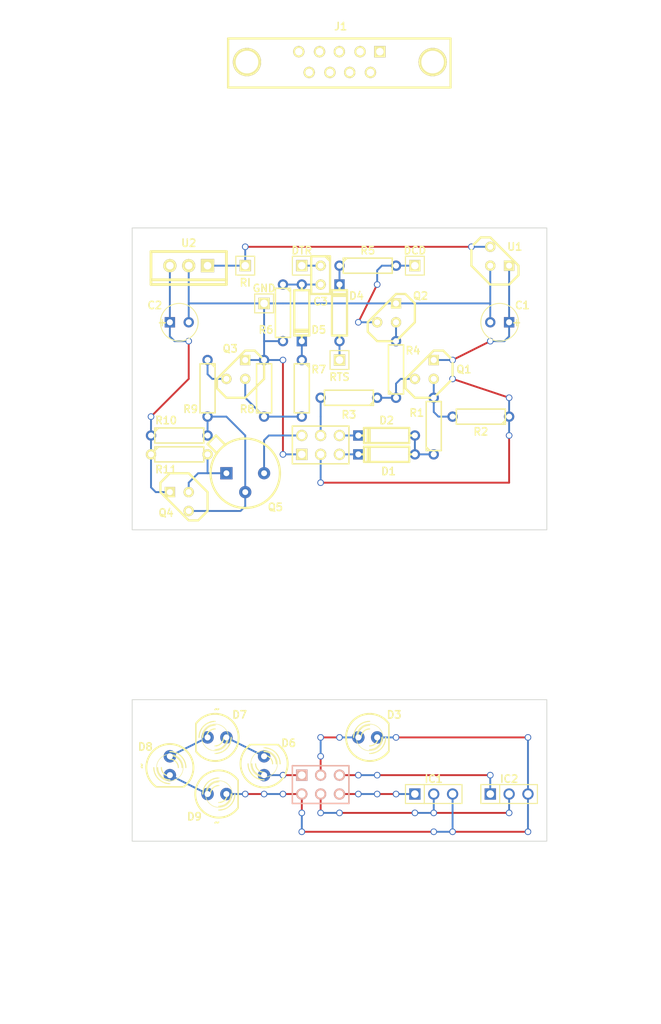
<source format=kicad_pcb>
(kicad_pcb (version 3) (host pcbnew "(22-Jun-2014 BZR 4027)-stable")

  (general
    (links 70)
    (no_connects 11)
    (area 50.076667 32.819999 142.943333 172.620002)
    (thickness 1.6)
    (drawings 180)
    (tracks 171)
    (zones 0)
    (modules 40)
    (nets 26)
  )

  (page A4)
  (title_block 
    (title "LIRC High-Power Serial Transceiver")
    (company "Cédric Dufour <http://cedric.dufour.name>")
    (comment 1 CC-BY)
  )

  (layers
    (15 F.Cu signal)
    (0 B.Cu signal)
    (20 B.SilkS user)
    (21 F.SilkS user)
    (24 Dwgs.User user)
    (25 Cmts.User user)
    (28 Edge.Cuts user)
  )

  (setup
    (last_trace_width 0.254)
    (trace_clearance 0.254)
    (zone_clearance 0.508)
    (zone_45_only no)
    (trace_min 0.254)
    (segment_width 0.2)
    (edge_width 0.1)
    (via_size 0.889)
    (via_drill 0.635)
    (via_min_size 0.889)
    (via_min_drill 0.508)
    (uvia_size 0.508)
    (uvia_drill 0.127)
    (uvias_allowed no)
    (uvia_min_size 0.508)
    (uvia_min_drill 0.127)
    (pcb_text_width 0.3)
    (pcb_text_size 1.5 1.5)
    (mod_edge_width 0.15)
    (mod_text_size 1 1)
    (mod_text_width 0.15)
    (pad_size 1.524 1.524)
    (pad_drill 1.016)
    (pad_to_mask_clearance 0)
    (aux_axis_origin 111.76 86.36)
    (visible_elements FFFFFFBF)
    (pcbplotparams
      (layerselection 271613953)
      (usegerberextensions false)
      (excludeedgelayer true)
      (linewidth 0.150000)
      (plotframeref false)
      (viasonmask false)
      (mode 1)
      (useauxorigin false)
      (hpglpennumber 1)
      (hpglpenspeed 20)
      (hpglpendiameter 15)
      (hpglpenoverlay 2)
      (psnegative false)
      (psa4output true)
      (plotreference true)
      (plotvalue true)
      (plotothertext true)
      (plotinvisibletext false)
      (padsonsilk false)
      (subtractmaskfromsilk false)
      (outputformat 2)
      (mirror false)
      (drillshape 1)
      (scaleselection 3)
      (outputdirectory pcbnew.out/))
  )

  (net 0 "")
  (net 1 5V)
  (net 2 8V)
  (net 3 DCD)
  (net 4 DTR)
  (net 5 GND)
  (net 6 N-000001)
  (net 7 N-0000011)
  (net 8 N-000002)
  (net 9 N-0000020)
  (net 10 N-0000022)
  (net 11 N-0000023)
  (net 12 N-0000024)
  (net 13 N-0000027)
  (net 14 N-0000028)
  (net 15 N-000003)
  (net 16 N-000004)
  (net 17 N-000005)
  (net 18 N-000007)
  (net 19 N-000008)
  (net 20 RI)
  (net 21 RTS)
  (net 22 RX38)
  (net 23 RX56)
  (net 24 RXLD)
  (net 25 TXLD)

  (net_class Default "This is the default net class."
    (clearance 0.254)
    (trace_width 0.254)
    (via_dia 0.889)
    (via_drill 0.635)
    (uvia_dia 0.508)
    (uvia_drill 0.127)
    (add_net "")
    (add_net 5V)
    (add_net 8V)
    (add_net DCD)
    (add_net DTR)
    (add_net GND)
    (add_net N-000001)
    (add_net N-0000011)
    (add_net N-000002)
    (add_net N-0000020)
    (add_net N-0000022)
    (add_net N-0000023)
    (add_net N-0000024)
    (add_net N-0000027)
    (add_net N-0000028)
    (add_net N-000003)
    (add_net N-000004)
    (add_net N-000005)
    (add_net N-000007)
    (add_net N-000008)
    (add_net RI)
    (add_net RTS)
    (add_net RX38)
    (add_net RX56)
    (add_net RXLD)
    (add_net TXLD)
  )

  (module TO39EBC   placed (layer F.Cu) (tedit 5832C879) (tstamp 582F4846)
    (at 83.82 96.52)
    (descr "Transistor TO38")
    (tags TO38)
    (path /58289ADC)
    (fp_text reference Q5 (at 4.064 4.572) (layer F.SilkS)
      (effects (font (size 1 1) (thickness 0.2)))
    )
    (fp_text value BC161-16 (at 0 -1.778) (layer F.SilkS) hide
      (effects (font (size 1 1) (thickness 0.2)))
    )
    (fp_circle (center 0 0) (end 3.175 3.429) (layer F.SilkS) (width 0.3048))
    (fp_line (start -3.81 -2.667) (end -5.08 -3.937) (layer F.SilkS) (width 0.3048))
    (fp_line (start -2.667 -3.81) (end -3.937 -5.08) (layer F.SilkS) (width 0.3048))
    (fp_line (start -3.937 -5.08) (end -5.08 -3.937) (layer F.SilkS) (width 0.3048))
    (pad 3 thru_hole circle (at 2.54 0) (size 1.651 1.651) (drill 0.7874)
      (layers *.Cu *.Mask)
      (net 25 TXLD)
    )
    (pad 2 thru_hole circle (at 0 2.54) (size 1.651 1.651) (drill 0.7874)
      (layers *.Cu *.Mask)
      (net 11 N-0000023)
    )
    (pad 1 thru_hole rect (at -2.54 0) (size 1.651 1.651) (drill 0.7874)
      (layers *.Cu *.Mask)
      (net 10 N-0000022)
    )
    (model discret/to5.wrl
      (at (xyz 0 0 0))
      (scale (xyz 1 1 1))
      (rotate (xyz 0 0 0))
    )
  )

  (module PIN_ARRAY_3X1   placed (layer F.Cu) (tedit 5830427C) (tstamp 582F48B0)
    (at 109.22 139.7)
    (descr "Connecteur 3 pins")
    (tags "CONN DEV")
    (path /582896A3)
    (fp_text reference IC1 (at 0 -2.032) (layer F.SilkS)
      (effects (font (size 1 1) (thickness 0.2)))
    )
    (fp_text value TSOP2238 (at 0 -2.159) (layer F.SilkS) hide
      (effects (font (size 1 1) (thickness 0.2)))
    )
    (fp_line (start -3.81 1.27) (end -3.81 -1.27) (layer F.SilkS) (width 0.1524))
    (fp_line (start -3.81 -1.27) (end 3.81 -1.27) (layer F.SilkS) (width 0.1524))
    (fp_line (start 3.81 -1.27) (end 3.81 1.27) (layer F.SilkS) (width 0.1524))
    (fp_line (start 3.81 1.27) (end -3.81 1.27) (layer F.SilkS) (width 0.1524))
    (fp_line (start -1.27 -1.27) (end -1.27 1.27) (layer F.SilkS) (width 0.1524))
    (pad 1 thru_hole rect (at -2.54 0) (size 1.524 1.524) (drill 1.016)
      (layers *.Cu *.Mask)
      (net 22 RX38)
    )
    (pad 2 thru_hole circle (at 0 0) (size 1.524 1.524) (drill 1.016)
      (layers *.Cu *.Mask)
      (net 1 5V)
    )
    (pad 3 thru_hole circle (at 2.54 0) (size 1.524 1.524) (drill 1.016)
      (layers *.Cu *.Mask)
      (net 5 GND)
    )
    (model pin_array/pins_array_3x1.wrl
      (at (xyz 0 0 0))
      (scale (xyz 1 1 1))
      (rotate (xyz 0 0 0))
    )
  )

  (module PIN_ARRAY_3X1   placed (layer F.Cu) (tedit 58304272) (tstamp 582F48BC)
    (at 119.38 139.7)
    (descr "Connecteur 3 pins")
    (tags "CONN DEV")
    (path /582896B2)
    (fp_text reference IC2 (at 0 -2.032) (layer F.SilkS)
      (effects (font (size 1 1) (thickness 0.2)))
    )
    (fp_text value TSOP2256 (at 0 -2.159) (layer F.SilkS) hide
      (effects (font (size 1 1) (thickness 0.2)))
    )
    (fp_line (start -3.81 1.27) (end -3.81 -1.27) (layer F.SilkS) (width 0.1524))
    (fp_line (start -3.81 -1.27) (end 3.81 -1.27) (layer F.SilkS) (width 0.1524))
    (fp_line (start 3.81 -1.27) (end 3.81 1.27) (layer F.SilkS) (width 0.1524))
    (fp_line (start 3.81 1.27) (end -3.81 1.27) (layer F.SilkS) (width 0.1524))
    (fp_line (start -1.27 -1.27) (end -1.27 1.27) (layer F.SilkS) (width 0.1524))
    (pad 1 thru_hole rect (at -2.54 0) (size 1.524 1.524) (drill 1.016)
      (layers *.Cu *.Mask)
      (net 23 RX56)
    )
    (pad 2 thru_hole circle (at 0 0) (size 1.524 1.524) (drill 1.016)
      (layers *.Cu *.Mask)
      (net 1 5V)
    )
    (pad 3 thru_hole circle (at 2.54 0) (size 1.524 1.524) (drill 1.016)
      (layers *.Cu *.Mask)
      (net 5 GND)
    )
    (model pin_array/pins_array_3x1.wrl
      (at (xyz 0 0 0))
      (scale (xyz 1 1 1))
      (rotate (xyz 0 0 0))
    )
  )

  (module LED-5MM   placed (layer F.Cu) (tedit 583042E5) (tstamp 582F48CB)
    (at 100.33 132.08)
    (descr "LED 5mm - Lead pitch 100mil (2,54mm)")
    (tags "LED led 5mm 5MM 100mil 2,54mm")
    (path /5829C795)
    (fp_text reference D3 (at 3.556 -3.048) (layer F.SilkS)
      (effects (font (size 1 1) (thickness 0.2)))
    )
    (fp_text value LD20_RED (at 0 3.81) (layer F.SilkS) hide
      (effects (font (size 1 1) (thickness 0.2)))
    )
    (fp_line (start 2.8448 1.905) (end 2.8448 -1.905) (layer F.SilkS) (width 0.2032))
    (fp_circle (center 0.254 0) (end -1.016 1.27) (layer F.SilkS) (width 0.0762))
    (fp_arc (start 0.254 0) (end 2.794 1.905) (angle 286.2) (layer F.SilkS) (width 0.254))
    (fp_arc (start 0.254 0) (end -0.889 0) (angle 90) (layer F.SilkS) (width 0.1524))
    (fp_arc (start 0.254 0) (end 1.397 0) (angle 90) (layer F.SilkS) (width 0.1524))
    (fp_arc (start 0.254 0) (end -1.397 0) (angle 90) (layer F.SilkS) (width 0.1524))
    (fp_arc (start 0.254 0) (end 1.905 0) (angle 90) (layer F.SilkS) (width 0.1524))
    (fp_arc (start 0.254 0) (end -1.905 0) (angle 90) (layer F.SilkS) (width 0.1524))
    (fp_arc (start 0.254 0) (end 2.413 0) (angle 90) (layer F.SilkS) (width 0.1524))
    (pad 1 thru_hole circle (at -1.27 0) (size 1.6764 1.6764) (drill 0.8128)
      (layers *.Cu *.Mask)
      (net 24 RXLD)
    )
    (pad 2 thru_hole circle (at 1.27 0) (size 1.6764 1.6764) (drill 0.8128)
      (layers *.Cu *.Mask)
      (net 5 GND)
    )
    (model discret/leds/led5_vertical_verde.wrl
      (at (xyz 0 0 0))
      (scale (xyz 1 1 1))
      (rotate (xyz 0 0 0))
    )
  )

  (module LED-5MM   placed (layer F.Cu) (tedit 583042DF) (tstamp 582F48DA)
    (at 80.01 132.08 180)
    (descr "LED 5mm - Lead pitch 100mil (2,54mm)")
    (tags "LED led 5mm 5MM 100mil 2,54mm")
    (path /582F437E)
    (fp_text reference D7 (at -3.048 3.048 180) (layer F.SilkS)
      (effects (font (size 1 1) (thickness 0.2)))
    )
    (fp_text value ~ (at 0 3.81 180) (layer F.SilkS)
      (effects (font (size 1 1) (thickness 0.2)))
    )
    (fp_line (start 2.8448 1.905) (end 2.8448 -1.905) (layer F.SilkS) (width 0.2032))
    (fp_circle (center 0.254 0) (end -1.016 1.27) (layer F.SilkS) (width 0.0762))
    (fp_arc (start 0.254 0) (end 2.794 1.905) (angle 286.2) (layer F.SilkS) (width 0.254))
    (fp_arc (start 0.254 0) (end -0.889 0) (angle 90) (layer F.SilkS) (width 0.1524))
    (fp_arc (start 0.254 0) (end 1.397 0) (angle 90) (layer F.SilkS) (width 0.1524))
    (fp_arc (start 0.254 0) (end -1.397 0) (angle 90) (layer F.SilkS) (width 0.1524))
    (fp_arc (start 0.254 0) (end 1.905 0) (angle 90) (layer F.SilkS) (width 0.1524))
    (fp_arc (start 0.254 0) (end -1.905 0) (angle 90) (layer F.SilkS) (width 0.1524))
    (fp_arc (start 0.254 0) (end 2.413 0) (angle 90) (layer F.SilkS) (width 0.1524))
    (pad 1 thru_hole circle (at -1.27 0 180) (size 1.6764 1.6764) (drill 0.8128)
      (layers *.Cu *.Mask)
      (net 15 N-000003)
    )
    (pad 2 thru_hole circle (at 1.27 0 180) (size 1.6764 1.6764) (drill 0.8128)
      (layers *.Cu *.Mask)
      (net 6 N-000001)
    )
    (model discret/leds/led5_vertical_verde.wrl
      (at (xyz 0 0 0))
      (scale (xyz 1 1 1))
      (rotate (xyz 0 0 0))
    )
  )

  (module LED-5MM   placed (layer F.Cu) (tedit 583042FE) (tstamp 582F48E9)
    (at 73.66 135.89 270)
    (descr "LED 5mm - Lead pitch 100mil (2,54mm)")
    (tags "LED led 5mm 5MM 100mil 2,54mm")
    (path /582F4395)
    (fp_text reference D8 (at -2.54 3.302 360) (layer F.SilkS)
      (effects (font (size 1 1) (thickness 0.2)))
    )
    (fp_text value ~ (at 0 3.81 270) (layer F.SilkS)
      (effects (font (size 1 1) (thickness 0.2)))
    )
    (fp_line (start 2.8448 1.905) (end 2.8448 -1.905) (layer F.SilkS) (width 0.2032))
    (fp_circle (center 0.254 0) (end -1.016 1.27) (layer F.SilkS) (width 0.0762))
    (fp_arc (start 0.254 0) (end 2.794 1.905) (angle 286.2) (layer F.SilkS) (width 0.254))
    (fp_arc (start 0.254 0) (end -0.889 0) (angle 90) (layer F.SilkS) (width 0.1524))
    (fp_arc (start 0.254 0) (end 1.397 0) (angle 90) (layer F.SilkS) (width 0.1524))
    (fp_arc (start 0.254 0) (end -1.397 0) (angle 90) (layer F.SilkS) (width 0.1524))
    (fp_arc (start 0.254 0) (end 1.905 0) (angle 90) (layer F.SilkS) (width 0.1524))
    (fp_arc (start 0.254 0) (end -1.905 0) (angle 90) (layer F.SilkS) (width 0.1524))
    (fp_arc (start 0.254 0) (end 2.413 0) (angle 90) (layer F.SilkS) (width 0.1524))
    (pad 1 thru_hole circle (at -1.27 0 270) (size 1.6764 1.6764) (drill 0.8128)
      (layers *.Cu *.Mask)
      (net 6 N-000001)
    )
    (pad 2 thru_hole circle (at 1.27 0 270) (size 1.6764 1.6764) (drill 0.8128)
      (layers *.Cu *.Mask)
      (net 8 N-000002)
    )
    (model discret/leds/led5_vertical_verde.wrl
      (at (xyz 0 0 0))
      (scale (xyz 1 1 1))
      (rotate (xyz 0 0 0))
    )
  )

  (module LED-5MM   placed (layer F.Cu) (tedit 5830430F) (tstamp 582F48F8)
    (at 80.01 139.7)
    (descr "LED 5mm - Lead pitch 100mil (2,54mm)")
    (tags "LED led 5mm 5MM 100mil 2,54mm")
    (path /582F439B)
    (fp_text reference D9 (at -3.048 3.048) (layer F.SilkS)
      (effects (font (size 1 1) (thickness 0.2)))
    )
    (fp_text value ~ (at 0 3.81) (layer F.SilkS)
      (effects (font (size 1 1) (thickness 0.2)))
    )
    (fp_line (start 2.8448 1.905) (end 2.8448 -1.905) (layer F.SilkS) (width 0.2032))
    (fp_circle (center 0.254 0) (end -1.016 1.27) (layer F.SilkS) (width 0.0762))
    (fp_arc (start 0.254 0) (end 2.794 1.905) (angle 286.2) (layer F.SilkS) (width 0.254))
    (fp_arc (start 0.254 0) (end -0.889 0) (angle 90) (layer F.SilkS) (width 0.1524))
    (fp_arc (start 0.254 0) (end 1.397 0) (angle 90) (layer F.SilkS) (width 0.1524))
    (fp_arc (start 0.254 0) (end -1.397 0) (angle 90) (layer F.SilkS) (width 0.1524))
    (fp_arc (start 0.254 0) (end 1.905 0) (angle 90) (layer F.SilkS) (width 0.1524))
    (fp_arc (start 0.254 0) (end -1.905 0) (angle 90) (layer F.SilkS) (width 0.1524))
    (fp_arc (start 0.254 0) (end 2.413 0) (angle 90) (layer F.SilkS) (width 0.1524))
    (pad 1 thru_hole circle (at -1.27 0) (size 1.6764 1.6764) (drill 0.8128)
      (layers *.Cu *.Mask)
      (net 8 N-000002)
    )
    (pad 2 thru_hole circle (at 1.27 0) (size 1.6764 1.6764) (drill 0.8128)
      (layers *.Cu *.Mask)
      (net 5 GND)
    )
    (model discret/leds/led5_vertical_verde.wrl
      (at (xyz 0 0 0))
      (scale (xyz 1 1 1))
      (rotate (xyz 0 0 0))
    )
  )

  (module LED-5MM   placed (layer F.Cu) (tedit 583042CC) (tstamp 582F4907)
    (at 86.36 135.89 90)
    (descr "LED 5mm - Lead pitch 100mil (2,54mm)")
    (tags "LED led 5mm 5MM 100mil 2,54mm")
    (path /58289695)
    (fp_text reference D6 (at 3.048 3.302 180) (layer F.SilkS)
      (effects (font (size 1 1) (thickness 0.2)))
    )
    (fp_text value TSAL6200 (at 0 3.81 90) (layer F.SilkS) hide
      (effects (font (size 1 1) (thickness 0.2)))
    )
    (fp_line (start 2.8448 1.905) (end 2.8448 -1.905) (layer F.SilkS) (width 0.2032))
    (fp_circle (center 0.254 0) (end -1.016 1.27) (layer F.SilkS) (width 0.0762))
    (fp_arc (start 0.254 0) (end 2.794 1.905) (angle 286.2) (layer F.SilkS) (width 0.254))
    (fp_arc (start 0.254 0) (end -0.889 0) (angle 90) (layer F.SilkS) (width 0.1524))
    (fp_arc (start 0.254 0) (end 1.397 0) (angle 90) (layer F.SilkS) (width 0.1524))
    (fp_arc (start 0.254 0) (end -1.397 0) (angle 90) (layer F.SilkS) (width 0.1524))
    (fp_arc (start 0.254 0) (end 1.905 0) (angle 90) (layer F.SilkS) (width 0.1524))
    (fp_arc (start 0.254 0) (end -1.905 0) (angle 90) (layer F.SilkS) (width 0.1524))
    (fp_arc (start 0.254 0) (end 2.413 0) (angle 90) (layer F.SilkS) (width 0.1524))
    (pad 1 thru_hole circle (at -1.27 0 90) (size 1.6764 1.6764) (drill 0.8128)
      (layers *.Cu *.Mask)
      (net 25 TXLD)
    )
    (pad 2 thru_hole circle (at 1.27 0 90) (size 1.6764 1.6764) (drill 0.8128)
      (layers *.Cu *.Mask)
      (net 15 N-000003)
    )
    (model discret/leds/led5_vertical_verde.wrl
      (at (xyz 0 0 0))
      (scale (xyz 1 1 1))
      (rotate (xyz 0 0 0))
    )
  )

  (module D3   placed (layer F.Cu) (tedit 5832C7EE) (tstamp 582F4917)
    (at 96.52 74.93 90)
    (descr "Diode 3 pas")
    (tags "DIODE DEV")
    (path /58289985)
    (fp_text reference D4 (at 2.286 2.286 180) (layer F.SilkS)
      (effects (font (size 1 1) (thickness 0.2)))
    )
    (fp_text value 1N4148 (at 0 0 90) (layer F.SilkS) hide
      (effects (font (size 1 1) (thickness 0.2)))
    )
    (fp_line (start 3.81 0) (end 3.048 0) (layer F.SilkS) (width 0.3048))
    (fp_line (start 3.048 0) (end 3.048 -1.016) (layer F.SilkS) (width 0.3048))
    (fp_line (start 3.048 -1.016) (end -3.048 -1.016) (layer F.SilkS) (width 0.3048))
    (fp_line (start -3.048 -1.016) (end -3.048 0) (layer F.SilkS) (width 0.3048))
    (fp_line (start -3.048 0) (end -3.81 0) (layer F.SilkS) (width 0.3048))
    (fp_line (start -3.048 0) (end -3.048 1.016) (layer F.SilkS) (width 0.3048))
    (fp_line (start -3.048 1.016) (end 3.048 1.016) (layer F.SilkS) (width 0.3048))
    (fp_line (start 3.048 1.016) (end 3.048 0) (layer F.SilkS) (width 0.3048))
    (fp_line (start 2.54 -1.016) (end 2.54 1.016) (layer F.SilkS) (width 0.3048))
    (fp_line (start 2.286 1.016) (end 2.286 -1.016) (layer F.SilkS) (width 0.3048))
    (pad 2 thru_hole rect (at 3.81 0 90) (size 1.397 1.397) (drill 0.8128)
      (layers *.Cu *.Mask)
      (net 9 N-0000020)
    )
    (pad 1 thru_hole circle (at -3.81 0 90) (size 1.397 1.397) (drill 0.8128)
      (layers *.Cu *.Mask)
      (net 21 RTS)
    )
    (model discret/diode.wrl
      (at (xyz 0 0 0))
      (scale (xyz 0.3 0.3 0.3))
      (rotate (xyz 0 0 0))
    )
  )

  (module D3   placed (layer F.Cu) (tedit 5832C84C) (tstamp 582F4927)
    (at 102.87 91.44 180)
    (descr "Diode 3 pas")
    (tags "DIODE DEV")
    (path /582896D0)
    (fp_text reference D2 (at 0 2.032 180) (layer F.SilkS)
      (effects (font (size 1 1) (thickness 0.2)))
    )
    (fp_text value 1N4148 (at 0 0 180) (layer F.SilkS) hide
      (effects (font (size 1 1) (thickness 0.2)))
    )
    (fp_line (start 3.81 0) (end 3.048 0) (layer F.SilkS) (width 0.3048))
    (fp_line (start 3.048 0) (end 3.048 -1.016) (layer F.SilkS) (width 0.3048))
    (fp_line (start 3.048 -1.016) (end -3.048 -1.016) (layer F.SilkS) (width 0.3048))
    (fp_line (start -3.048 -1.016) (end -3.048 0) (layer F.SilkS) (width 0.3048))
    (fp_line (start -3.048 0) (end -3.81 0) (layer F.SilkS) (width 0.3048))
    (fp_line (start -3.048 0) (end -3.048 1.016) (layer F.SilkS) (width 0.3048))
    (fp_line (start -3.048 1.016) (end 3.048 1.016) (layer F.SilkS) (width 0.3048))
    (fp_line (start 3.048 1.016) (end 3.048 0) (layer F.SilkS) (width 0.3048))
    (fp_line (start 2.54 -1.016) (end 2.54 1.016) (layer F.SilkS) (width 0.3048))
    (fp_line (start 2.286 1.016) (end 2.286 -1.016) (layer F.SilkS) (width 0.3048))
    (pad 2 thru_hole rect (at 3.81 0 180) (size 1.397 1.397) (drill 0.8128)
      (layers *.Cu *.Mask)
      (net 23 RX56)
    )
    (pad 1 thru_hole circle (at -3.81 0 180) (size 1.397 1.397) (drill 0.8128)
      (layers *.Cu *.Mask)
      (net 12 N-0000024)
    )
    (model discret/diode.wrl
      (at (xyz 0 0 0))
      (scale (xyz 0.3 0.3 0.3))
      (rotate (xyz 0 0 0))
    )
  )

  (module D3   placed (layer F.Cu) (tedit 5832C847) (tstamp 582F4937)
    (at 102.87 93.98 180)
    (descr "Diode 3 pas")
    (tags "DIODE DEV")
    (path /582896C1)
    (fp_text reference D1 (at -0.254 -2.286 180) (layer F.SilkS)
      (effects (font (size 1 1) (thickness 0.2)))
    )
    (fp_text value 1N4148 (at 0 0 180) (layer F.SilkS) hide
      (effects (font (size 1 1) (thickness 0.2)))
    )
    (fp_line (start 3.81 0) (end 3.048 0) (layer F.SilkS) (width 0.3048))
    (fp_line (start 3.048 0) (end 3.048 -1.016) (layer F.SilkS) (width 0.3048))
    (fp_line (start 3.048 -1.016) (end -3.048 -1.016) (layer F.SilkS) (width 0.3048))
    (fp_line (start -3.048 -1.016) (end -3.048 0) (layer F.SilkS) (width 0.3048))
    (fp_line (start -3.048 0) (end -3.81 0) (layer F.SilkS) (width 0.3048))
    (fp_line (start -3.048 0) (end -3.048 1.016) (layer F.SilkS) (width 0.3048))
    (fp_line (start -3.048 1.016) (end 3.048 1.016) (layer F.SilkS) (width 0.3048))
    (fp_line (start 3.048 1.016) (end 3.048 0) (layer F.SilkS) (width 0.3048))
    (fp_line (start 2.54 -1.016) (end 2.54 1.016) (layer F.SilkS) (width 0.3048))
    (fp_line (start 2.286 1.016) (end 2.286 -1.016) (layer F.SilkS) (width 0.3048))
    (pad 2 thru_hole rect (at 3.81 0 180) (size 1.397 1.397) (drill 0.8128)
      (layers *.Cu *.Mask)
      (net 22 RX38)
    )
    (pad 1 thru_hole circle (at -3.81 0 180) (size 1.397 1.397) (drill 0.8128)
      (layers *.Cu *.Mask)
      (net 12 N-0000024)
    )
    (model discret/diode.wrl
      (at (xyz 0 0 0))
      (scale (xyz 0.3 0.3 0.3))
      (rotate (xyz 0 0 0))
    )
  )

  (module D3   placed (layer F.Cu) (tedit 5833497F) (tstamp 582F4947)
    (at 91.44 74.93 270)
    (descr "Diode 3 pas")
    (tags "DIODE DEV")
    (path /582D8170)
    (fp_text reference D5 (at 2.286 -2.286 360) (layer F.SilkS)
      (effects (font (size 1 1) (thickness 0.2)))
    )
    (fp_text value 1N4148 (at 0 0 270) (layer F.SilkS) hide
      (effects (font (size 1 1) (thickness 0.2)))
    )
    (fp_line (start 3.81 0) (end 3.048 0) (layer F.SilkS) (width 0.3048))
    (fp_line (start 3.048 0) (end 3.048 -1.016) (layer F.SilkS) (width 0.3048))
    (fp_line (start 3.048 -1.016) (end -3.048 -1.016) (layer F.SilkS) (width 0.3048))
    (fp_line (start -3.048 -1.016) (end -3.048 0) (layer F.SilkS) (width 0.3048))
    (fp_line (start -3.048 0) (end -3.81 0) (layer F.SilkS) (width 0.3048))
    (fp_line (start -3.048 0) (end -3.048 1.016) (layer F.SilkS) (width 0.3048))
    (fp_line (start -3.048 1.016) (end 3.048 1.016) (layer F.SilkS) (width 0.3048))
    (fp_line (start 3.048 1.016) (end 3.048 0) (layer F.SilkS) (width 0.3048))
    (fp_line (start 2.54 -1.016) (end 2.54 1.016) (layer F.SilkS) (width 0.3048))
    (fp_line (start 2.286 1.016) (end 2.286 -1.016) (layer F.SilkS) (width 0.3048))
    (pad 2 thru_hole rect (at 3.81 0 270) (size 1.397 1.397) (drill 0.8128)
      (layers *.Cu *.Mask)
      (net 18 N-000007)
    )
    (pad 1 thru_hole circle (at -3.81 0 270) (size 1.397 1.397) (drill 0.8128)
      (layers *.Cu *.Mask)
      (net 7 N-0000011)
    )
    (model discret/diode.wrl
      (at (xyz 0 0 0))
      (scale (xyz 0.3 0.3 0.3))
      (rotate (xyz 0 0 0))
    )
  )

  (module C1V5   placed (layer F.Cu) (tedit 5832C7C1) (tstamp 582F494F)
    (at 118.11 76.2 180)
    (descr "Condensateur e = 1 pas")
    (tags C)
    (path /582F43BF)
    (fp_text reference C1 (at -3.048 2.286 180) (layer F.SilkS)
      (effects (font (size 1 1) (thickness 0.2)))
    )
    (fp_text value 10uF (at 0 1.27 180) (layer F.SilkS) hide
      (effects (font (size 1 1) (thickness 0.2)))
    )
    (fp_text user + (at -2.286 0 180) (layer F.SilkS)
      (effects (font (size 1 1) (thickness 0.2)))
    )
    (fp_circle (center 0 0) (end 0.127 -2.54) (layer F.SilkS) (width 0.127))
    (pad 1 thru_hole rect (at -1.27 0 180) (size 1.397 1.397) (drill 0.8128)
      (layers *.Cu *.Mask)
      (net 1 5V)
    )
    (pad 2 thru_hole circle (at 1.27 0 180) (size 1.397 1.397) (drill 0.8128)
      (layers *.Cu *.Mask)
      (net 5 GND)
    )
    (model discret/c_vert_c1v5.wrl
      (at (xyz 0 0 0))
      (scale (xyz 1 1 1))
      (rotate (xyz 0 0 0))
    )
  )

  (module C1V5   placed (layer F.Cu) (tedit 5832C7DF) (tstamp 582F4957)
    (at 74.93 76.2)
    (descr "Condensateur e = 1 pas")
    (tags C)
    (path /582F43D8)
    (fp_text reference C2 (at -3.302 -2.286) (layer F.SilkS)
      (effects (font (size 1 1) (thickness 0.2)))
    )
    (fp_text value 10uF (at 0 1.27) (layer F.SilkS) hide
      (effects (font (size 1 1) (thickness 0.2)))
    )
    (fp_text user + (at -2.286 0) (layer F.SilkS)
      (effects (font (size 1 1) (thickness 0.2)))
    )
    (fp_circle (center 0 0) (end 0.127 -2.54) (layer F.SilkS) (width 0.127))
    (pad 1 thru_hole rect (at -1.27 0) (size 1.397 1.397) (drill 0.8128)
      (layers *.Cu *.Mask)
      (net 2 8V)
    )
    (pad 2 thru_hole circle (at 1.27 0) (size 1.397 1.397) (drill 0.8128)
      (layers *.Cu *.Mask)
      (net 5 GND)
    )
    (model discret/c_vert_c1v5.wrl
      (at (xyz 0 0 0))
      (scale (xyz 1 1 1))
      (rotate (xyz 0 0 0))
    )
  )

  (module R3 (layer F.Cu) (tedit 583349A4) (tstamp 582F485C)
    (at 86.36 85.09 90)
    (descr "Resitance 3 pas")
    (tags R)
    (path /58289CF3)
    (autoplace_cost180 10)
    (fp_text reference R8 (at -2.794 -2.286 180) (layer F.SilkS)
      (effects (font (size 1 1) (thickness 0.2)))
    )
    (fp_text value 4.7kΩ (at 0 0.127 90) (layer F.SilkS) hide
      (effects (font (size 1 1) (thickness 0.2)))
    )
    (fp_line (start -3.81 0) (end -3.302 0) (layer F.SilkS) (width 0.2032))
    (fp_line (start 3.81 0) (end 3.302 0) (layer F.SilkS) (width 0.2032))
    (fp_line (start 3.302 0) (end 3.302 -1.016) (layer F.SilkS) (width 0.2032))
    (fp_line (start 3.302 -1.016) (end -3.302 -1.016) (layer F.SilkS) (width 0.2032))
    (fp_line (start -3.302 -1.016) (end -3.302 1.016) (layer F.SilkS) (width 0.2032))
    (fp_line (start -3.302 1.016) (end 3.302 1.016) (layer F.SilkS) (width 0.2032))
    (fp_line (start 3.302 1.016) (end 3.302 0) (layer F.SilkS) (width 0.2032))
    (fp_line (start -3.302 -0.508) (end -2.794 -1.016) (layer F.SilkS) (width 0.2032))
    (pad 1 thru_hole circle (at -3.81 0 90) (size 1.397 1.397) (drill 0.8128)
      (layers *.Cu *.Mask)
      (net 14 N-0000028)
    )
    (pad 2 thru_hole circle (at 3.81 0 90) (size 1.397 1.397) (drill 0.8128)
      (layers *.Cu *.Mask)
      (net 5 GND)
    )
    (model discret/resistor.wrl
      (at (xyz 0 0 0))
      (scale (xyz 0.3 0.3 0.3))
      (rotate (xyz 0 0 0))
    )
  )

  (module R3 (layer F.Cu) (tedit 5833497D) (tstamp 582F4864)
    (at 88.9 74.93 270)
    (descr "Resitance 3 pas")
    (tags R)
    (path /583339C5)
    (autoplace_cost180 10)
    (fp_text reference R6 (at 2.286 2.286 360) (layer F.SilkS)
      (effects (font (size 1 1) (thickness 0.2)))
    )
    (fp_text value 10kΩ (at 0 0.127 270) (layer F.SilkS) hide
      (effects (font (size 1 1) (thickness 0.2)))
    )
    (fp_line (start -3.81 0) (end -3.302 0) (layer F.SilkS) (width 0.2032))
    (fp_line (start 3.81 0) (end 3.302 0) (layer F.SilkS) (width 0.2032))
    (fp_line (start 3.302 0) (end 3.302 -1.016) (layer F.SilkS) (width 0.2032))
    (fp_line (start 3.302 -1.016) (end -3.302 -1.016) (layer F.SilkS) (width 0.2032))
    (fp_line (start -3.302 -1.016) (end -3.302 1.016) (layer F.SilkS) (width 0.2032))
    (fp_line (start -3.302 1.016) (end 3.302 1.016) (layer F.SilkS) (width 0.2032))
    (fp_line (start 3.302 1.016) (end 3.302 0) (layer F.SilkS) (width 0.2032))
    (fp_line (start -3.302 -0.508) (end -2.794 -1.016) (layer F.SilkS) (width 0.2032))
    (pad 1 thru_hole circle (at -3.81 0 270) (size 1.397 1.397) (drill 0.8128)
      (layers *.Cu *.Mask)
      (net 7 N-0000011)
    )
    (pad 2 thru_hole circle (at 3.81 0 270) (size 1.397 1.397) (drill 0.8128)
      (layers *.Cu *.Mask)
      (net 5 GND)
    )
    (model discret/resistor.wrl
      (at (xyz 0 0 0))
      (scale (xyz 0.3 0.3 0.3))
      (rotate (xyz 0 0 0))
    )
  )

  (module R3 (layer F.Cu) (tedit 583349AE) (tstamp 583060FE)
    (at 74.93 91.44)
    (descr "Resitance 3 pas")
    (tags R)
    (path /582E165B)
    (autoplace_cost180 10)
    (fp_text reference R10 (at -1.778 -2.032) (layer F.SilkS)
      (effects (font (size 1 1) (thickness 0.2)))
    )
    (fp_text value 6.8kΩ (at 0 0.127) (layer F.SilkS) hide
      (effects (font (size 1 1) (thickness 0.2)))
    )
    (fp_line (start -3.81 0) (end -3.302 0) (layer F.SilkS) (width 0.2032))
    (fp_line (start 3.81 0) (end 3.302 0) (layer F.SilkS) (width 0.2032))
    (fp_line (start 3.302 0) (end 3.302 -1.016) (layer F.SilkS) (width 0.2032))
    (fp_line (start 3.302 -1.016) (end -3.302 -1.016) (layer F.SilkS) (width 0.2032))
    (fp_line (start -3.302 -1.016) (end -3.302 1.016) (layer F.SilkS) (width 0.2032))
    (fp_line (start -3.302 1.016) (end 3.302 1.016) (layer F.SilkS) (width 0.2032))
    (fp_line (start 3.302 1.016) (end 3.302 0) (layer F.SilkS) (width 0.2032))
    (fp_line (start -3.302 -0.508) (end -2.794 -1.016) (layer F.SilkS) (width 0.2032))
    (pad 1 thru_hole circle (at -3.81 0) (size 1.397 1.397) (drill 0.8128)
      (layers *.Cu *.Mask)
      (net 2 8V)
    )
    (pad 2 thru_hole circle (at 3.81 0) (size 1.397 1.397) (drill 0.8128)
      (layers *.Cu *.Mask)
      (net 11 N-0000023)
    )
    (model discret/resistor.wrl
      (at (xyz 0 0 0))
      (scale (xyz 0.3 0.3 0.3))
      (rotate (xyz 0 0 0))
    )
  )

  (module R3 (layer F.Cu) (tedit 583349BA) (tstamp 582F4874)
    (at 91.44 85.09 270)
    (descr "Resitance 3 pas")
    (tags R)
    (path /5828999C)
    (autoplace_cost180 10)
    (fp_text reference R7 (at -2.54 -2.286 360) (layer F.SilkS)
      (effects (font (size 1 1) (thickness 0.2)))
    )
    (fp_text value 10kΩ (at 0 0.127 270) (layer F.SilkS) hide
      (effects (font (size 1 1) (thickness 0.2)))
    )
    (fp_line (start -3.81 0) (end -3.302 0) (layer F.SilkS) (width 0.2032))
    (fp_line (start 3.81 0) (end 3.302 0) (layer F.SilkS) (width 0.2032))
    (fp_line (start 3.302 0) (end 3.302 -1.016) (layer F.SilkS) (width 0.2032))
    (fp_line (start 3.302 -1.016) (end -3.302 -1.016) (layer F.SilkS) (width 0.2032))
    (fp_line (start -3.302 -1.016) (end -3.302 1.016) (layer F.SilkS) (width 0.2032))
    (fp_line (start -3.302 1.016) (end 3.302 1.016) (layer F.SilkS) (width 0.2032))
    (fp_line (start 3.302 1.016) (end 3.302 0) (layer F.SilkS) (width 0.2032))
    (fp_line (start -3.302 -0.508) (end -2.794 -1.016) (layer F.SilkS) (width 0.2032))
    (pad 1 thru_hole circle (at -3.81 0 270) (size 1.397 1.397) (drill 0.8128)
      (layers *.Cu *.Mask)
      (net 18 N-000007)
    )
    (pad 2 thru_hole circle (at 3.81 0 270) (size 1.397 1.397) (drill 0.8128)
      (layers *.Cu *.Mask)
      (net 14 N-0000028)
    )
    (model discret/resistor.wrl
      (at (xyz 0 0 0))
      (scale (xyz 0.3 0.3 0.3))
      (rotate (xyz 0 0 0))
    )
  )

  (module R3 (layer F.Cu) (tedit 583348B0) (tstamp 5833446C)
    (at 100.33 68.58)
    (descr "Resitance 3 pas")
    (tags R)
    (path /58289970)
    (autoplace_cost180 10)
    (fp_text reference R5 (at 0 -2.032) (layer F.SilkS)
      (effects (font (size 1 1) (thickness 0.2)))
    )
    (fp_text value 4.7kΩ (at 0 0.127) (layer F.SilkS) hide
      (effects (font (size 1 1) (thickness 0.2)))
    )
    (fp_line (start -3.81 0) (end -3.302 0) (layer F.SilkS) (width 0.2032))
    (fp_line (start 3.81 0) (end 3.302 0) (layer F.SilkS) (width 0.2032))
    (fp_line (start 3.302 0) (end 3.302 -1.016) (layer F.SilkS) (width 0.2032))
    (fp_line (start 3.302 -1.016) (end -3.302 -1.016) (layer F.SilkS) (width 0.2032))
    (fp_line (start -3.302 -1.016) (end -3.302 1.016) (layer F.SilkS) (width 0.2032))
    (fp_line (start -3.302 1.016) (end 3.302 1.016) (layer F.SilkS) (width 0.2032))
    (fp_line (start 3.302 1.016) (end 3.302 0) (layer F.SilkS) (width 0.2032))
    (fp_line (start -3.302 -0.508) (end -2.794 -1.016) (layer F.SilkS) (width 0.2032))
    (pad 1 thru_hole circle (at -3.81 0) (size 1.397 1.397) (drill 0.8128)
      (layers *.Cu *.Mask)
      (net 9 N-0000020)
    )
    (pad 2 thru_hole circle (at 3.81 0) (size 1.397 1.397) (drill 0.8128)
      (layers *.Cu *.Mask)
      (net 3 DCD)
    )
    (model discret/resistor.wrl
      (at (xyz 0 0 0))
      (scale (xyz 0.3 0.3 0.3))
      (rotate (xyz 0 0 0))
    )
  )

  (module R3 (layer F.Cu) (tedit 5832C82C) (tstamp 5830529E)
    (at 104.14 82.55 90)
    (descr "Resitance 3 pas")
    (tags R)
    (path /58289899)
    (autoplace_cost180 10)
    (fp_text reference R4 (at 2.54 2.286 180) (layer F.SilkS)
      (effects (font (size 1 1) (thickness 0.2)))
    )
    (fp_text value 4.7kΩ (at 0 0.127 90) (layer F.SilkS) hide
      (effects (font (size 1 1) (thickness 0.2)))
    )
    (fp_line (start -3.81 0) (end -3.302 0) (layer F.SilkS) (width 0.2032))
    (fp_line (start 3.81 0) (end 3.302 0) (layer F.SilkS) (width 0.2032))
    (fp_line (start 3.302 0) (end 3.302 -1.016) (layer F.SilkS) (width 0.2032))
    (fp_line (start 3.302 -1.016) (end -3.302 -1.016) (layer F.SilkS) (width 0.2032))
    (fp_line (start -3.302 -1.016) (end -3.302 1.016) (layer F.SilkS) (width 0.2032))
    (fp_line (start -3.302 1.016) (end 3.302 1.016) (layer F.SilkS) (width 0.2032))
    (fp_line (start 3.302 1.016) (end 3.302 0) (layer F.SilkS) (width 0.2032))
    (fp_line (start -3.302 -0.508) (end -2.794 -1.016) (layer F.SilkS) (width 0.2032))
    (pad 1 thru_hole circle (at -3.81 0 90) (size 1.397 1.397) (drill 0.8128)
      (layers *.Cu *.Mask)
      (net 17 N-000005)
    )
    (pad 2 thru_hole circle (at 3.81 0 90) (size 1.397 1.397) (drill 0.8128)
      (layers *.Cu *.Mask)
      (net 16 N-000004)
    )
    (model discret/resistor.wrl
      (at (xyz 0 0 0))
      (scale (xyz 0.3 0.3 0.3))
      (rotate (xyz 0 0 0))
    )
  )

  (module R3 (layer F.Cu) (tedit 58304165) (tstamp 582F488C)
    (at 109.22 90.17 90)
    (descr "Resitance 3 pas")
    (tags R)
    (path /58289825)
    (autoplace_cost180 10)
    (fp_text reference R1 (at 1.778 -2.286 180) (layer F.SilkS)
      (effects (font (size 1 1) (thickness 0.2)))
    )
    (fp_text value 10kΩ (at 0 0.127 90) (layer F.SilkS) hide
      (effects (font (size 1 1) (thickness 0.2)))
    )
    (fp_line (start -3.81 0) (end -3.302 0) (layer F.SilkS) (width 0.2032))
    (fp_line (start 3.81 0) (end 3.302 0) (layer F.SilkS) (width 0.2032))
    (fp_line (start 3.302 0) (end 3.302 -1.016) (layer F.SilkS) (width 0.2032))
    (fp_line (start 3.302 -1.016) (end -3.302 -1.016) (layer F.SilkS) (width 0.2032))
    (fp_line (start -3.302 -1.016) (end -3.302 1.016) (layer F.SilkS) (width 0.2032))
    (fp_line (start -3.302 1.016) (end 3.302 1.016) (layer F.SilkS) (width 0.2032))
    (fp_line (start 3.302 1.016) (end 3.302 0) (layer F.SilkS) (width 0.2032))
    (fp_line (start -3.302 -0.508) (end -2.794 -1.016) (layer F.SilkS) (width 0.2032))
    (pad 1 thru_hole circle (at -3.81 0 90) (size 1.397 1.397) (drill 0.8128)
      (layers *.Cu *.Mask)
      (net 12 N-0000024)
    )
    (pad 2 thru_hole circle (at 3.81 0 90) (size 1.397 1.397) (drill 0.8128)
      (layers *.Cu *.Mask)
      (net 13 N-0000027)
    )
    (model discret/resistor.wrl
      (at (xyz 0 0 0))
      (scale (xyz 0.3 0.3 0.3))
      (rotate (xyz 0 0 0))
    )
  )

  (module R3 (layer F.Cu) (tedit 5832C858) (tstamp 583052AD)
    (at 97.79 86.36 180)
    (descr "Resitance 3 pas")
    (tags R)
    (path /582897F8)
    (autoplace_cost180 10)
    (fp_text reference R3 (at 0 -2.286 180) (layer F.SilkS)
      (effects (font (size 1 1) (thickness 0.2)))
    )
    (fp_text value 220Ω (at 0 -0.1143 180) (layer F.SilkS) hide
      (effects (font (size 1 1) (thickness 0.2)))
    )
    (fp_line (start -3.81 0) (end -3.302 0) (layer F.SilkS) (width 0.2032))
    (fp_line (start 3.81 0) (end 3.302 0) (layer F.SilkS) (width 0.2032))
    (fp_line (start 3.302 0) (end 3.302 -1.016) (layer F.SilkS) (width 0.2032))
    (fp_line (start 3.302 -1.016) (end -3.302 -1.016) (layer F.SilkS) (width 0.2032))
    (fp_line (start -3.302 -1.016) (end -3.302 1.016) (layer F.SilkS) (width 0.2032))
    (fp_line (start -3.302 1.016) (end 3.302 1.016) (layer F.SilkS) (width 0.2032))
    (fp_line (start 3.302 1.016) (end 3.302 0) (layer F.SilkS) (width 0.2032))
    (fp_line (start -3.302 -0.508) (end -2.794 -1.016) (layer F.SilkS) (width 0.2032))
    (pad 1 thru_hole circle (at -3.81 0 180) (size 1.397 1.397) (drill 0.8128)
      (layers *.Cu *.Mask)
      (net 17 N-000005)
    )
    (pad 2 thru_hole circle (at 3.81 0 180) (size 1.397 1.397) (drill 0.8128)
      (layers *.Cu *.Mask)
      (net 24 RXLD)
    )
    (model discret/resistor.wrl
      (at (xyz 0 0 0))
      (scale (xyz 0.3 0.3 0.3))
      (rotate (xyz 0 0 0))
    )
  )

  (module R3 (layer F.Cu) (tedit 5832C854) (tstamp 582F489C)
    (at 115.57 88.9 180)
    (descr "Resitance 3 pas")
    (tags R)
    (path /582A1991)
    (autoplace_cost180 10)
    (fp_text reference R2 (at 0 -2.032 180) (layer F.SilkS)
      (effects (font (size 1 1) (thickness 0.2)))
    )
    (fp_text value 4.7kΩ (at 0 0.127 180) (layer F.SilkS) hide
      (effects (font (size 1 1) (thickness 0.2)))
    )
    (fp_line (start -3.81 0) (end -3.302 0) (layer F.SilkS) (width 0.2032))
    (fp_line (start 3.81 0) (end 3.302 0) (layer F.SilkS) (width 0.2032))
    (fp_line (start 3.302 0) (end 3.302 -1.016) (layer F.SilkS) (width 0.2032))
    (fp_line (start 3.302 -1.016) (end -3.302 -1.016) (layer F.SilkS) (width 0.2032))
    (fp_line (start -3.302 -1.016) (end -3.302 1.016) (layer F.SilkS) (width 0.2032))
    (fp_line (start -3.302 1.016) (end 3.302 1.016) (layer F.SilkS) (width 0.2032))
    (fp_line (start 3.302 1.016) (end 3.302 0) (layer F.SilkS) (width 0.2032))
    (fp_line (start -3.302 -0.508) (end -2.794 -1.016) (layer F.SilkS) (width 0.2032))
    (pad 1 thru_hole circle (at -3.81 0 180) (size 1.397 1.397) (drill 0.8128)
      (layers *.Cu *.Mask)
      (net 1 5V)
    )
    (pad 2 thru_hole circle (at 3.81 0 180) (size 1.397 1.397) (drill 0.8128)
      (layers *.Cu *.Mask)
      (net 13 N-0000027)
    )
    (model discret/resistor.wrl
      (at (xyz 0 0 0))
      (scale (xyz 0.3 0.3 0.3))
      (rotate (xyz 0 0 0))
    )
  )

  (module R3 (layer F.Cu) (tedit 583349AB) (tstamp 582F48A4)
    (at 78.74 85.09 270)
    (descr "Resitance 3 pas")
    (tags R)
    (path /58289BB9)
    (autoplace_cost180 10)
    (fp_text reference R9 (at 2.794 2.286 360) (layer F.SilkS)
      (effects (font (size 1 1) (thickness 0.2)))
    )
    (fp_text value 680Ω (at 0 0.127 270) (layer F.SilkS) hide
      (effects (font (size 1 1) (thickness 0.2)))
    )
    (fp_line (start -3.81 0) (end -3.302 0) (layer F.SilkS) (width 0.2032))
    (fp_line (start 3.81 0) (end 3.302 0) (layer F.SilkS) (width 0.2032))
    (fp_line (start 3.302 0) (end 3.302 -1.016) (layer F.SilkS) (width 0.2032))
    (fp_line (start 3.302 -1.016) (end -3.302 -1.016) (layer F.SilkS) (width 0.2032))
    (fp_line (start -3.302 -1.016) (end -3.302 1.016) (layer F.SilkS) (width 0.2032))
    (fp_line (start -3.302 1.016) (end 3.302 1.016) (layer F.SilkS) (width 0.2032))
    (fp_line (start 3.302 1.016) (end 3.302 0) (layer F.SilkS) (width 0.2032))
    (fp_line (start -3.302 -0.508) (end -2.794 -1.016) (layer F.SilkS) (width 0.2032))
    (pad 1 thru_hole circle (at -3.81 0 270) (size 1.397 1.397) (drill 0.8128)
      (layers *.Cu *.Mask)
      (net 19 N-000008)
    )
    (pad 2 thru_hole circle (at 3.81 0 270) (size 1.397 1.397) (drill 0.8128)
      (layers *.Cu *.Mask)
      (net 11 N-0000023)
    )
    (model discret/resistor.wrl
      (at (xyz 0 0 0))
      (scale (xyz 0.3 0.3 0.3))
      (rotate (xyz 0 0 0))
    )
  )

  (module DB9FD (layer F.Cu) (tedit 58303E6A) (tstamp 582F514A)
    (at 96.5 41.3)
    (descr "Connecteur DB9 femelle droit")
    (tags "CONN DB9")
    (path /582F506D)
    (fp_text reference J1 (at 0.18 -4.92 180) (layer F.SilkS)
      (effects (font (size 1 1) (thickness 0.2)))
    )
    (fp_text value DB9 (at 6.096 -4.826) (layer F.SilkS) hide
      (effects (font (size 1 1) (thickness 0.2)))
    )
    (fp_line (start -14.986 -3.302) (end -14.986 3.302) (layer F.SilkS) (width 0.3048))
    (fp_line (start -14.986 3.302) (end 14.986 3.302) (layer F.SilkS) (width 0.3048))
    (fp_line (start 14.986 3.302) (end 14.986 -3.302) (layer F.SilkS) (width 0.3048))
    (fp_line (start 14.986 -3.302) (end -14.986 -3.302) (layer F.SilkS) (width 0.3048))
    (pad 0 thru_hole circle (at -12.446 -0.127) (size 3.81 3.81) (drill 3.048)
      (layers *.Cu *.Mask F.SilkS)
    )
    (pad 0 thru_hole circle (at 12.573 -0.127) (size 3.81 3.81) (drill 3.048)
      (layers *.Cu *.Mask F.SilkS)
    )
    (pad 1 thru_hole rect (at 5.461 -1.524) (size 1.524 1.524) (drill 1.016)
      (layers *.Cu *.Mask F.SilkS)
      (net 3 DCD)
    )
    (pad 2 thru_hole circle (at 2.794 -1.524) (size 1.524 1.524) (drill 1.016)
      (layers *.Cu *.Mask F.SilkS)
    )
    (pad 3 thru_hole circle (at 0 -1.524) (size 1.524 1.524) (drill 1.016)
      (layers *.Cu *.Mask F.SilkS)
    )
    (pad 4 thru_hole circle (at -2.667 -1.524) (size 1.524 1.524) (drill 1.016)
      (layers *.Cu *.Mask F.SilkS)
      (net 4 DTR)
    )
    (pad 5 thru_hole circle (at -5.461 -1.524) (size 1.524 1.524) (drill 1.016)
      (layers *.Cu *.Mask F.SilkS)
      (net 5 GND)
    )
    (pad 6 thru_hole circle (at 4.191 1.27) (size 1.524 1.524) (drill 1.016)
      (layers *.Cu *.Mask F.SilkS)
    )
    (pad 7 thru_hole circle (at 1.397 1.27) (size 1.524 1.524) (drill 1.016)
      (layers *.Cu *.Mask F.SilkS)
      (net 21 RTS)
    )
    (pad 8 thru_hole circle (at -1.27 1.27) (size 1.524 1.524) (drill 1.016)
      (layers *.Cu *.Mask F.SilkS)
    )
    (pad 9 thru_hole circle (at -4.064 1.27) (size 1.524 1.524) (drill 1.016)
      (layers *.Cu *.Mask F.SilkS)
      (net 20 RI)
    )
    (model conn_DBxx/db9_female.wrl
      (at (xyz 0 0 0))
      (scale (xyz 1 1 1))
      (rotate (xyz 0 0 0))
    )
  )

  (module TO220_123_VERT (layer F.Cu) (tedit 5832C7E4) (tstamp 582F4854)
    (at 76.2 68.58 270)
    (descr "Regulateur TO220 serie LM29xx")
    (tags "TR TO220")
    (path /582CA712)
    (fp_text reference U2 (at -3.048 0 360) (layer F.SilkS)
      (effects (font (size 1 1) (thickness 0.2)))
    )
    (fp_text value LM2937ET-8.0 (at 0.635 -6.35 270) (layer F.SilkS) hide
      (effects (font (size 1 1) (thickness 0.2)))
    )
    (fp_line (start 1.905 -5.08) (end 2.54 -5.08) (layer F.SilkS) (width 0.381))
    (fp_line (start 2.54 -5.08) (end 2.54 5.08) (layer F.SilkS) (width 0.381))
    (fp_line (start 2.54 5.08) (end 1.905 5.08) (layer F.SilkS) (width 0.381))
    (fp_line (start -1.905 -5.08) (end 1.905 -5.08) (layer F.SilkS) (width 0.381))
    (fp_line (start 1.905 -5.08) (end 1.905 5.08) (layer F.SilkS) (width 0.381))
    (fp_line (start 1.905 5.08) (end -1.905 5.08) (layer F.SilkS) (width 0.381))
    (fp_line (start -1.905 5.08) (end -1.905 -5.08) (layer F.SilkS) (width 0.381))
    (pad 2 thru_hole circle (at 0 0 270) (size 1.778 1.778) (drill 1.016)
      (layers *.Cu *.Mask F.SilkS)
      (net 5 GND)
    )
    (pad 3 thru_hole circle (at 0 2.54 270) (size 1.778 1.778) (drill 1.016)
      (layers *.Cu *.Mask F.SilkS)
      (net 2 8V)
    )
    (pad 1 thru_hole rect (at 0 -2.54 270) (size 1.778 1.778) (drill 1.016)
      (layers *.Cu *.Mask F.SilkS)
      (net 20 RI)
    )
  )

  (module pin_array_3x2   locked (layer B.Cu) (tedit 58330316) (tstamp 58302531)
    (at 93.98 138.43)
    (descr "Double rangee de contacts 2 x 4 pins")
    (tags CONN)
    (fp_text reference PIN_ARRAY_3X2 (at 0 3.81) (layer B.SilkS) hide
      (effects (font (size 1 1) (thickness 0.2)) (justify mirror))
    )
    (fp_text value Val** (at 0 -3.81) (layer B.SilkS) hide
      (effects (font (size 1 1) (thickness 0.2)) (justify mirror))
    )
    (fp_line (start 3.81 -2.54) (end -3.81 -2.54) (layer B.SilkS) (width 0.2032))
    (fp_line (start -3.81 2.54) (end 3.81 2.54) (layer B.SilkS) (width 0.2032))
    (fp_line (start 3.81 2.54) (end 3.81 -2.54) (layer B.SilkS) (width 0.2032))
    (fp_line (start -3.81 -2.54) (end -3.81 2.54) (layer B.SilkS) (width 0.2032))
    (pad 1 thru_hole rect (at -2.54 -1.27) (size 1.524 1.524) (drill 1.016)
      (layers *.Cu *.Mask B.SilkS)
      (net 25 TXLD)
    )
    (pad 2 thru_hole circle (at -2.54 1.27) (size 1.524 1.524) (drill 1.016)
      (layers *.Cu *.Mask B.SilkS)
      (net 5 GND)
    )
    (pad 3 thru_hole circle (at 0 -1.27) (size 1.524 1.524) (drill 1.016)
      (layers *.Cu *.Mask B.SilkS)
      (net 24 RXLD)
    )
    (pad 4 thru_hole circle (at 0 1.27) (size 1.524 1.524) (drill 1.016)
      (layers *.Cu *.Mask B.SilkS)
      (net 1 5V)
    )
    (pad 5 thru_hole circle (at 2.54 -1.27) (size 1.524 1.524) (drill 1.016)
      (layers *.Cu *.Mask B.SilkS)
      (net 23 RX56)
    )
    (pad 6 thru_hole circle (at 2.54 1.27) (size 1.524 1.524) (drill 1.016)
      (layers *.Cu *.Mask B.SilkS)
      (net 22 RX38)
    )
    (model pin_array/pins_array_3x2.wrl
      (at (xyz 0 0 0))
      (scale (xyz 1 1 1))
      (rotate (xyz 0 0 0))
    )
  )

  (module pin_array_3x2   locked (layer F.Cu) (tedit 583302EB) (tstamp 583023C1)
    (at 93.98 92.71)
    (descr "Double rangee de contacts 2 x 4 pins")
    (tags CONN)
    (fp_text reference PIN_ARRAY_3X2 (at 0 -3.81) (layer F.SilkS) hide
      (effects (font (size 1 1) (thickness 0.2)))
    )
    (fp_text value Val** (at 0 3.81) (layer F.SilkS) hide
      (effects (font (size 1 1) (thickness 0.2)))
    )
    (fp_line (start 3.81 2.54) (end -3.81 2.54) (layer F.SilkS) (width 0.2032))
    (fp_line (start -3.81 -2.54) (end 3.81 -2.54) (layer F.SilkS) (width 0.2032))
    (fp_line (start 3.81 -2.54) (end 3.81 2.54) (layer F.SilkS) (width 0.2032))
    (fp_line (start -3.81 2.54) (end -3.81 -2.54) (layer F.SilkS) (width 0.2032))
    (pad 1 thru_hole rect (at -2.54 1.27) (size 1.524 1.524) (drill 1.016)
      (layers *.Cu *.Mask F.SilkS)
      (net 5 GND)
    )
    (pad 2 thru_hole circle (at -2.54 -1.27) (size 1.524 1.524) (drill 1.016)
      (layers *.Cu *.Mask F.SilkS)
      (net 25 TXLD)
    )
    (pad 3 thru_hole circle (at 0 1.27) (size 1.524 1.524) (drill 1.016)
      (layers *.Cu *.Mask F.SilkS)
      (net 1 5V)
    )
    (pad 4 thru_hole circle (at 0 -1.27) (size 1.524 1.524) (drill 1.016)
      (layers *.Cu *.Mask F.SilkS)
      (net 24 RXLD)
    )
    (pad 5 thru_hole circle (at 2.54 1.27) (size 1.524 1.524) (drill 1.016)
      (layers *.Cu *.Mask F.SilkS)
      (net 22 RX38)
    )
    (pad 6 thru_hole circle (at 2.54 -1.27) (size 1.524 1.524) (drill 1.016)
      (layers *.Cu *.Mask F.SilkS)
      (net 23 RX56)
    )
    (model pin_array/pins_array_3x2.wrl
      (at (xyz 0 0 0))
      (scale (xyz 1 1 1))
      (rotate (xyz 0 0 0))
    )
  )

  (module PIN_ARRAY_1 (layer F.Cu) (tedit 5832C801) (tstamp 58304DA3)
    (at 96.52 81.28)
    (descr "1 pin")
    (tags "CONN DEV")
    (fp_text reference RTS (at 0 2.286) (layer F.SilkS)
      (effects (font (size 1 1) (thickness 0.2)))
    )
    (fp_text value Val** (at 0 -1.905) (layer F.SilkS) hide
      (effects (font (size 1 1) (thickness 0.2)))
    )
    (fp_line (start 1.27 1.27) (end -1.27 1.27) (layer F.SilkS) (width 0.1524))
    (fp_line (start -1.27 -1.27) (end 1.27 -1.27) (layer F.SilkS) (width 0.1524))
    (fp_line (start -1.27 1.27) (end -1.27 -1.27) (layer F.SilkS) (width 0.1524))
    (fp_line (start 1.27 -1.27) (end 1.27 1.27) (layer F.SilkS) (width 0.1524))
    (pad 1 thru_hole rect (at 0 0) (size 1.524 1.524) (drill 1.016)
      (layers *.Cu *.Mask F.SilkS)
      (net 21 RTS)
    )
    (model pin_array\pin_1.wrl
      (at (xyz 0 0 0))
      (scale (xyz 1 1 1))
      (rotate (xyz 0 0 0))
    )
  )

  (module PIN_ARRAY_1 (layer F.Cu) (tedit 583348A8) (tstamp 58304DB4)
    (at 106.68 68.58)
    (descr "1 pin")
    (tags "CONN DEV")
    (fp_text reference DCD (at 0 -2.032) (layer F.SilkS)
      (effects (font (size 1 1) (thickness 0.2)))
    )
    (fp_text value Val** (at 0 -1.905) (layer F.SilkS) hide
      (effects (font (size 1 1) (thickness 0.2)))
    )
    (fp_line (start 1.27 1.27) (end -1.27 1.27) (layer F.SilkS) (width 0.1524))
    (fp_line (start -1.27 -1.27) (end 1.27 -1.27) (layer F.SilkS) (width 0.1524))
    (fp_line (start -1.27 1.27) (end -1.27 -1.27) (layer F.SilkS) (width 0.1524))
    (fp_line (start 1.27 -1.27) (end 1.27 1.27) (layer F.SilkS) (width 0.1524))
    (pad 1 thru_hole rect (at 0 0) (size 1.524 1.524) (drill 1.016)
      (layers *.Cu *.Mask F.SilkS)
      (net 3 DCD)
    )
    (model pin_array\pin_1.wrl
      (at (xyz 0 0 0))
      (scale (xyz 1 1 1))
      (rotate (xyz 0 0 0))
    )
  )

  (module PIN_ARRAY_1 (layer F.Cu) (tedit 583348A3) (tstamp 58304E5E)
    (at 91.44 68.58)
    (descr "1 pin")
    (tags "CONN DEV")
    (fp_text reference DTR (at 0 -2.032) (layer F.SilkS)
      (effects (font (size 1 1) (thickness 0.2)))
    )
    (fp_text value Val** (at 0 -1.905) (layer F.SilkS) hide
      (effects (font (size 1 1) (thickness 0.2)))
    )
    (fp_line (start 1.27 1.27) (end -1.27 1.27) (layer F.SilkS) (width 0.1524))
    (fp_line (start -1.27 -1.27) (end 1.27 -1.27) (layer F.SilkS) (width 0.1524))
    (fp_line (start -1.27 1.27) (end -1.27 -1.27) (layer F.SilkS) (width 0.1524))
    (fp_line (start 1.27 -1.27) (end 1.27 1.27) (layer F.SilkS) (width 0.1524))
    (pad 1 thru_hole rect (at 0 0) (size 1.524 1.524) (drill 1.016)
      (layers *.Cu *.Mask F.SilkS)
      (net 4 DTR)
    )
    (model pin_array\pin_1.wrl
      (at (xyz 0 0 0))
      (scale (xyz 1 1 1))
      (rotate (xyz 0 0 0))
    )
  )

  (module PIN_ARRAY_1 (layer F.Cu) (tedit 5833488A) (tstamp 5830523E)
    (at 83.82 68.58)
    (descr "1 pin")
    (tags "CONN DEV")
    (fp_text reference RI (at 0 2.286) (layer F.SilkS)
      (effects (font (size 1 1) (thickness 0.2)))
    )
    (fp_text value Val** (at 0 -1.905) (layer F.SilkS) hide
      (effects (font (size 1 1) (thickness 0.2)))
    )
    (fp_line (start 1.27 1.27) (end -1.27 1.27) (layer F.SilkS) (width 0.1524))
    (fp_line (start -1.27 -1.27) (end 1.27 -1.27) (layer F.SilkS) (width 0.1524))
    (fp_line (start -1.27 1.27) (end -1.27 -1.27) (layer F.SilkS) (width 0.1524))
    (fp_line (start 1.27 -1.27) (end 1.27 1.27) (layer F.SilkS) (width 0.1524))
    (pad 1 thru_hole rect (at 0 0) (size 1.524 1.524) (drill 1.016)
      (layers *.Cu *.Mask F.SilkS)
      (net 20 RI)
    )
    (model pin_array\pin_1.wrl
      (at (xyz 0 0 0))
      (scale (xyz 1 1 1))
      (rotate (xyz 0 0 0))
    )
  )

  (module PIN_ARRAY_1 (layer F.Cu) (tedit 58334975) (tstamp 58305325)
    (at 86.36 73.66)
    (descr "1 pin")
    (tags "CONN DEV")
    (fp_text reference GND (at 0 -2.032) (layer F.SilkS)
      (effects (font (size 1 1) (thickness 0.2)))
    )
    (fp_text value Val** (at 0 -1.905) (layer F.SilkS) hide
      (effects (font (size 1 1) (thickness 0.2)))
    )
    (fp_line (start 1.27 1.27) (end -1.27 1.27) (layer F.SilkS) (width 0.1524))
    (fp_line (start -1.27 -1.27) (end 1.27 -1.27) (layer F.SilkS) (width 0.1524))
    (fp_line (start -1.27 1.27) (end -1.27 -1.27) (layer F.SilkS) (width 0.1524))
    (fp_line (start 1.27 -1.27) (end 1.27 1.27) (layer F.SilkS) (width 0.1524))
    (pad 1 thru_hole rect (at 0 0) (size 1.524 1.524) (drill 1.016)
      (layers *.Cu *.Mask F.SilkS)
      (net 5 GND)
    )
    (model pin_array\pin_1.wrl
      (at (xyz 0 0 0))
      (scale (xyz 1 1 1))
      (rotate (xyz 0 0 0))
    )
  )

  (module TO92-INVERT (layer F.Cu) (tedit 5832C7C3) (tstamp 582F47FF)
    (at 118.11 67.31 90)
    (descr "Transistor TO92 brochage type BC237")
    (tags "TR TO92")
    (path /58289387)
    (fp_text reference U1 (at 1.27 2.032 180) (layer F.SilkS)
      (effects (font (size 1 1) (thickness 0.2)))
    )
    (fp_text value LM2936Z-5.0 (at -1.27 -5.08 90) (layer F.SilkS) hide
      (effects (font (size 1 1) (thickness 0.2)))
    )
    (fp_line (start -1.27 2.54) (end 2.54 -1.27) (layer F.SilkS) (width 0.3048))
    (fp_line (start 2.54 -1.27) (end 2.54 -2.54) (layer F.SilkS) (width 0.3048))
    (fp_line (start 2.54 -2.54) (end 1.27 -3.81) (layer F.SilkS) (width 0.3048))
    (fp_line (start 1.27 -3.81) (end -1.27 -3.81) (layer F.SilkS) (width 0.3048))
    (fp_line (start -1.27 -3.81) (end -3.81 -1.27) (layer F.SilkS) (width 0.3048))
    (fp_line (start -3.81 -1.27) (end -3.81 1.27) (layer F.SilkS) (width 0.3048))
    (fp_line (start -3.81 1.27) (end -2.54 2.54) (layer F.SilkS) (width 0.3048))
    (fp_line (start -2.54 2.54) (end -1.27 2.54) (layer F.SilkS) (width 0.3048))
    (pad 1 thru_hole rect (at -1.27 1.27 90) (size 1.397 1.397) (drill 0.8128)
      (layers *.Cu *.Mask F.SilkS)
      (net 1 5V)
    )
    (pad 2 thru_hole circle (at -1.27 -1.27 90) (size 1.397 1.397) (drill 0.8128)
      (layers *.Cu *.Mask F.SilkS)
      (net 5 GND)
    )
    (pad 3 thru_hole circle (at 1.27 -1.27 90) (size 1.397 1.397) (drill 0.8128)
      (layers *.Cu *.Mask F.SilkS)
      (net 20 RI)
    )
    (model discret/to98.wrl
      (at (xyz 0 0 0))
      (scale (xyz 1 1 1))
      (rotate (xyz 0 0 0))
    )
  )

  (module TO92-INVERT (layer F.Cu) (tedit 5832C875) (tstamp 582F480E)
    (at 74.93 100.33 270)
    (descr "Transistor TO92 brochage type BC237")
    (tags "TR TO92")
    (path /58289ACD)
    (fp_text reference Q4 (at 1.524 1.778 360) (layer F.SilkS)
      (effects (font (size 1 1) (thickness 0.2)))
    )
    (fp_text value 2N3906 (at -1.27 -5.08 270) (layer F.SilkS) hide
      (effects (font (size 1 1) (thickness 0.2)))
    )
    (fp_line (start -1.27 2.54) (end 2.54 -1.27) (layer F.SilkS) (width 0.3048))
    (fp_line (start 2.54 -1.27) (end 2.54 -2.54) (layer F.SilkS) (width 0.3048))
    (fp_line (start 2.54 -2.54) (end 1.27 -3.81) (layer F.SilkS) (width 0.3048))
    (fp_line (start 1.27 -3.81) (end -1.27 -3.81) (layer F.SilkS) (width 0.3048))
    (fp_line (start -1.27 -3.81) (end -3.81 -1.27) (layer F.SilkS) (width 0.3048))
    (fp_line (start -3.81 -1.27) (end -3.81 1.27) (layer F.SilkS) (width 0.3048))
    (fp_line (start -3.81 1.27) (end -2.54 2.54) (layer F.SilkS) (width 0.3048))
    (fp_line (start -2.54 2.54) (end -1.27 2.54) (layer F.SilkS) (width 0.3048))
    (pad 1 thru_hole rect (at -1.27 1.27 270) (size 1.397 1.397) (drill 0.8128)
      (layers *.Cu *.Mask F.SilkS)
      (net 2 8V)
    )
    (pad 2 thru_hole circle (at -1.27 -1.27 270) (size 1.397 1.397) (drill 0.8128)
      (layers *.Cu *.Mask F.SilkS)
      (net 10 N-0000022)
    )
    (pad 3 thru_hole circle (at 1.27 -1.27 270) (size 1.397 1.397) (drill 0.8128)
      (layers *.Cu *.Mask F.SilkS)
      (net 11 N-0000023)
    )
    (model discret/to98.wrl
      (at (xyz 0 0 0))
      (scale (xyz 1 1 1))
      (rotate (xyz 0 0 0))
    )
  )

  (module TO92-INVERT (layer F.Cu) (tedit 5832C837) (tstamp 58305746)
    (at 107.95 82.55 180)
    (descr "Transistor TO92 brochage type BC237")
    (tags "TR TO92")
    (path /582896FD)
    (fp_text reference Q1 (at -5.334 0 180) (layer F.SilkS)
      (effects (font (size 1 1) (thickness 0.2)))
    )
    (fp_text value 2N3906 (at -1.27 -5.08 180) (layer F.SilkS) hide
      (effects (font (size 1 1) (thickness 0.2)))
    )
    (fp_line (start -1.27 2.54) (end 2.54 -1.27) (layer F.SilkS) (width 0.3048))
    (fp_line (start 2.54 -1.27) (end 2.54 -2.54) (layer F.SilkS) (width 0.3048))
    (fp_line (start 2.54 -2.54) (end 1.27 -3.81) (layer F.SilkS) (width 0.3048))
    (fp_line (start 1.27 -3.81) (end -1.27 -3.81) (layer F.SilkS) (width 0.3048))
    (fp_line (start -1.27 -3.81) (end -3.81 -1.27) (layer F.SilkS) (width 0.3048))
    (fp_line (start -3.81 -1.27) (end -3.81 1.27) (layer F.SilkS) (width 0.3048))
    (fp_line (start -3.81 1.27) (end -2.54 2.54) (layer F.SilkS) (width 0.3048))
    (fp_line (start -2.54 2.54) (end -1.27 2.54) (layer F.SilkS) (width 0.3048))
    (pad 1 thru_hole rect (at -1.27 1.27 180) (size 1.397 1.397) (drill 0.8128)
      (layers *.Cu *.Mask F.SilkS)
      (net 1 5V)
    )
    (pad 2 thru_hole circle (at -1.27 -1.27 180) (size 1.397 1.397) (drill 0.8128)
      (layers *.Cu *.Mask F.SilkS)
      (net 13 N-0000027)
    )
    (pad 3 thru_hole circle (at 1.27 -1.27 180) (size 1.397 1.397) (drill 0.8128)
      (layers *.Cu *.Mask F.SilkS)
      (net 17 N-000005)
    )
    (model discret/to98.wrl
      (at (xyz 0 0 0))
      (scale (xyz 1 1 1))
      (rotate (xyz 0 0 0))
    )
  )

  (module TO92-INVERT (layer F.Cu) (tedit 583345E3) (tstamp 58305FCE)
    (at 82.55 82.55 180)
    (descr "Transistor TO92 brochage type BC237")
    (tags "TR TO92")
    (path /5828998A)
    (fp_text reference Q3 (at 0.762 2.794 180) (layer F.SilkS)
      (effects (font (size 1 1) (thickness 0.2)))
    )
    (fp_text value 2N3904 (at -1.27 -5.08 180) (layer F.SilkS) hide
      (effects (font (size 1 1) (thickness 0.2)))
    )
    (fp_line (start -1.27 2.54) (end 2.54 -1.27) (layer F.SilkS) (width 0.3048))
    (fp_line (start 2.54 -1.27) (end 2.54 -2.54) (layer F.SilkS) (width 0.3048))
    (fp_line (start 2.54 -2.54) (end 1.27 -3.81) (layer F.SilkS) (width 0.3048))
    (fp_line (start 1.27 -3.81) (end -1.27 -3.81) (layer F.SilkS) (width 0.3048))
    (fp_line (start -1.27 -3.81) (end -3.81 -1.27) (layer F.SilkS) (width 0.3048))
    (fp_line (start -3.81 -1.27) (end -3.81 1.27) (layer F.SilkS) (width 0.3048))
    (fp_line (start -3.81 1.27) (end -2.54 2.54) (layer F.SilkS) (width 0.3048))
    (fp_line (start -2.54 2.54) (end -1.27 2.54) (layer F.SilkS) (width 0.3048))
    (pad 1 thru_hole rect (at -1.27 1.27 180) (size 1.397 1.397) (drill 0.8128)
      (layers *.Cu *.Mask F.SilkS)
      (net 5 GND)
    )
    (pad 2 thru_hole circle (at -1.27 -1.27 180) (size 1.397 1.397) (drill 0.8128)
      (layers *.Cu *.Mask F.SilkS)
      (net 14 N-0000028)
    )
    (pad 3 thru_hole circle (at 1.27 -1.27 180) (size 1.397 1.397) (drill 0.8128)
      (layers *.Cu *.Mask F.SilkS)
      (net 19 N-000008)
    )
    (model discret/to98.wrl
      (at (xyz 0 0 0))
      (scale (xyz 1 1 1))
      (rotate (xyz 0 0 0))
    )
  )

  (module TO92-INVERT (layer F.Cu) (tedit 5832C7F7) (tstamp 582F483B)
    (at 102.87 74.93 180)
    (descr "Transistor TO92 brochage type BC237")
    (tags "TR TO92")
    (path /5828984E)
    (fp_text reference Q2 (at -4.572 2.286 180) (layer F.SilkS)
      (effects (font (size 1 1) (thickness 0.2)))
    )
    (fp_text value 2N3904 (at -1.27 -5.08 180) (layer F.SilkS) hide
      (effects (font (size 1 1) (thickness 0.2)))
    )
    (fp_line (start -1.27 2.54) (end 2.54 -1.27) (layer F.SilkS) (width 0.3048))
    (fp_line (start 2.54 -1.27) (end 2.54 -2.54) (layer F.SilkS) (width 0.3048))
    (fp_line (start 2.54 -2.54) (end 1.27 -3.81) (layer F.SilkS) (width 0.3048))
    (fp_line (start 1.27 -3.81) (end -1.27 -3.81) (layer F.SilkS) (width 0.3048))
    (fp_line (start -1.27 -3.81) (end -3.81 -1.27) (layer F.SilkS) (width 0.3048))
    (fp_line (start -3.81 -1.27) (end -3.81 1.27) (layer F.SilkS) (width 0.3048))
    (fp_line (start -3.81 1.27) (end -2.54 2.54) (layer F.SilkS) (width 0.3048))
    (fp_line (start -2.54 2.54) (end -1.27 2.54) (layer F.SilkS) (width 0.3048))
    (pad 1 thru_hole rect (at -1.27 1.27 180) (size 1.397 1.397) (drill 0.8128)
      (layers *.Cu *.Mask F.SilkS)
      (net 5 GND)
    )
    (pad 2 thru_hole circle (at -1.27 -1.27 180) (size 1.397 1.397) (drill 0.8128)
      (layers *.Cu *.Mask F.SilkS)
      (net 16 N-000004)
    )
    (pad 3 thru_hole circle (at 1.27 -1.27 180) (size 1.397 1.397) (drill 0.8128)
      (layers *.Cu *.Mask F.SilkS)
      (net 3 DCD)
    )
    (model discret/to98.wrl
      (at (xyz 0 0 0))
      (scale (xyz 1 1 1))
      (rotate (xyz 0 0 0))
    )
  )

  (module C1 (layer F.Cu) (tedit 583349FE) (tstamp 5832996A)
    (at 93.98 69.85 270)
    (descr "Condensateur e = 1 pas")
    (tags C)
    (path /583297C9)
    (fp_text reference C3 (at 3.556 0 360) (layer F.SilkS)
      (effects (font (size 1 1) (thickness 0.2)))
    )
    (fp_text value 4.7nF (at 0 -2.286 270) (layer F.SilkS) hide
      (effects (font (size 1 1) (thickness 0.2)))
    )
    (fp_line (start -2.4892 -1.27) (end 2.54 -1.27) (layer F.SilkS) (width 0.3048))
    (fp_line (start 2.54 -1.27) (end 2.54 1.27) (layer F.SilkS) (width 0.3048))
    (fp_line (start 2.54 1.27) (end -2.54 1.27) (layer F.SilkS) (width 0.3048))
    (fp_line (start -2.54 1.27) (end -2.54 -1.27) (layer F.SilkS) (width 0.3048))
    (fp_line (start -2.54 -0.635) (end -1.905 -1.27) (layer F.SilkS) (width 0.3048))
    (pad 1 thru_hole circle (at -1.27 0 270) (size 1.397 1.397) (drill 0.8128)
      (layers *.Cu *.Mask F.SilkS)
      (net 4 DTR)
    )
    (pad 2 thru_hole circle (at 1.27 0 270) (size 1.397 1.397) (drill 0.8128)
      (layers *.Cu *.Mask F.SilkS)
      (net 7 N-0000011)
    )
    (model discret/capa_1_pas.wrl
      (at (xyz 0 0 0))
      (scale (xyz 1 1 1))
      (rotate (xyz 0 0 0))
    )
  )

  (module R3 (layer F.Cu) (tedit 583349B2) (tstamp 58334098)
    (at 74.93 93.98)
    (descr "Resitance 3 pas")
    (tags R)
    (path /58289686)
    (autoplace_cost180 10)
    (fp_text reference R11 (at -1.778 2.032) (layer F.SilkS)
      (effects (font (size 1 1) (thickness 0.2)))
    )
    (fp_text value 3.3Ω (at 0 0.127) (layer F.SilkS) hide
      (effects (font (size 1.397 1.27) (thickness 0.2032)))
    )
    (fp_line (start -3.81 0) (end -3.302 0) (layer F.SilkS) (width 0.2032))
    (fp_line (start 3.81 0) (end 3.302 0) (layer F.SilkS) (width 0.2032))
    (fp_line (start 3.302 0) (end 3.302 -1.016) (layer F.SilkS) (width 0.2032))
    (fp_line (start 3.302 -1.016) (end -3.302 -1.016) (layer F.SilkS) (width 0.2032))
    (fp_line (start -3.302 -1.016) (end -3.302 1.016) (layer F.SilkS) (width 0.2032))
    (fp_line (start -3.302 1.016) (end 3.302 1.016) (layer F.SilkS) (width 0.2032))
    (fp_line (start 3.302 1.016) (end 3.302 0) (layer F.SilkS) (width 0.2032))
    (fp_line (start -3.302 -0.508) (end -2.794 -1.016) (layer F.SilkS) (width 0.2032))
    (pad 1 thru_hole circle (at -3.81 0) (size 1.397 1.397) (drill 0.8128)
      (layers *.Cu *.Mask F.SilkS)
      (net 2 8V)
    )
    (pad 2 thru_hole circle (at 3.81 0) (size 1.397 1.397) (drill 0.8128)
      (layers *.Cu *.Mask F.SilkS)
      (net 10 N-0000022)
    )
    (model discret/resistor.wrl
      (at (xyz 0 0 0))
      (scale (xyz 0.3 0.3 0.3))
      (rotate (xyz 0 0 0))
    )
  )

  (dimension 55.88 (width 0.3) (layer Cmts.User)
    (gr_text "55.880 mm" (at 96.52 161.37) (layer Cmts.User)
      (effects (font (size 1 1) (thickness 0.2)))
    )
    (feature1 (pts (xy 124.46 149.86) (xy 124.46 162.72)))
    (feature2 (pts (xy 68.58 149.86) (xy 68.58 162.72)))
    (crossbar (pts (xy 68.58 160.02) (xy 124.46 160.02)))
    (arrow1a (pts (xy 124.46 160.02) (xy 123.333497 160.60642)))
    (arrow1b (pts (xy 124.46 160.02) (xy 123.333497 159.43358)))
    (arrow2a (pts (xy 68.58 160.02) (xy 69.706503 160.60642)))
    (arrow2b (pts (xy 68.58 160.02) (xy 69.706503 159.43358)))
  )
  (dimension 57.6 (width 0.3) (layer Dwgs.User)
    (gr_text "57.600 mm" (at 96.5 171.270001) (layer Dwgs.User)
      (effects (font (size 1 1) (thickness 0.2)))
    )
    (feature1 (pts (xy 125.3 149.92) (xy 125.3 172.620001)))
    (feature2 (pts (xy 67.7 149.92) (xy 67.7 172.620001)))
    (crossbar (pts (xy 67.7 169.920001) (xy 125.3 169.920001)))
    (arrow1a (pts (xy 125.3 169.920001) (xy 124.173497 170.506421)))
    (arrow1b (pts (xy 125.3 169.920001) (xy 124.173497 169.333581)))
    (arrow2a (pts (xy 67.7 169.920001) (xy 68.826503 170.506421)))
    (arrow2b (pts (xy 67.7 169.920001) (xy 68.826503 169.333581)))
  )
  (gr_line (start 121.92 149.86) (end 121.92 152.4) (angle 90) (layer Cmts.User) (width 0.2))
  (gr_line (start 119.38 149.86) (end 119.38 154.94) (angle 90) (layer Cmts.User) (width 0.2))
  (gr_line (start 116.84 149.86) (end 116.84 152.4) (angle 90) (layer Cmts.User) (width 0.2))
  (gr_line (start 114.3 149.86) (end 114.3 152.4) (angle 90) (layer Cmts.User) (width 0.2))
  (gr_line (start 111.76 149.86) (end 111.76 152.4) (angle 90) (layer Cmts.User) (width 0.2))
  (gr_line (start 109.22 149.86) (end 109.22 152.4) (angle 90) (layer Cmts.User) (width 0.2))
  (gr_line (start 106.68 149.86) (end 106.68 154.94) (angle 90) (layer Cmts.User) (width 0.2))
  (gr_line (start 104.14 149.86) (end 104.14 152.4) (angle 90) (layer Cmts.User) (width 0.2))
  (gr_line (start 101.6 149.86) (end 101.6 152.4) (angle 90) (layer Cmts.User) (width 0.2))
  (gr_line (start 99.06 149.86) (end 99.06 152.4) (angle 90) (layer Cmts.User) (width 0.2))
  (gr_line (start 96.52 149.86) (end 96.52 152.4) (angle 90) (layer Cmts.User) (width 0.2))
  (gr_line (start 93.98 149.86) (end 93.98 154.94) (angle 90) (layer Cmts.User) (width 0.2))
  (gr_line (start 91.44 149.86) (end 91.44 152.4) (angle 90) (layer Cmts.User) (width 0.2))
  (gr_line (start 88.9 149.86) (end 88.9 152.4) (angle 90) (layer Cmts.User) (width 0.2))
  (gr_line (start 86.36 149.86) (end 86.36 152.4) (angle 90) (layer Cmts.User) (width 0.2))
  (gr_line (start 83.82 149.86) (end 83.82 152.4) (angle 90) (layer Cmts.User) (width 0.2))
  (gr_line (start 81.28 149.86) (end 81.28 154.94) (angle 90) (layer Cmts.User) (width 0.2))
  (gr_line (start 78.74 149.86) (end 78.74 152.4) (angle 90) (layer Cmts.User) (width 0.2))
  (gr_line (start 76.2 149.86) (end 76.2 152.4) (angle 90) (layer Cmts.User) (width 0.2))
  (gr_line (start 73.66 149.86) (end 73.66 152.4) (angle 90) (layer Cmts.User) (width 0.2))
  (gr_line (start 71.12 149.86) (end 71.12 152.4) (angle 90) (layer Cmts.User) (width 0.2))
  (gr_line (start 127 144.78) (end 129.54 144.78) (angle 90) (layer Cmts.User) (width 0.2))
  (gr_line (start 127 142.24) (end 129.54 142.24) (angle 90) (layer Cmts.User) (width 0.2))
  (gr_line (start 127 139.7) (end 132.08 139.7) (angle 90) (layer Cmts.User) (width 0.2))
  (gr_line (start 127 137.16) (end 129.54 137.16) (angle 90) (layer Cmts.User) (width 0.2))
  (gr_line (start 127 134.62) (end 129.54 134.62) (angle 90) (layer Cmts.User) (width 0.2))
  (gr_line (start 127 132.08) (end 129.54 132.08) (angle 90) (layer Cmts.User) (width 0.2))
  (gr_line (start 127 129.54) (end 129.54 129.54) (angle 90) (layer Cmts.User) (width 0.2))
  (gr_line (start 66.04 144.78) (end 63.5 144.78) (angle 90) (layer Cmts.User) (width 0.2))
  (gr_line (start 66.04 142.24) (end 63.5 142.24) (angle 90) (layer Cmts.User) (width 0.2))
  (gr_line (start 66.04 139.7) (end 60.96 139.7) (angle 90) (layer Cmts.User) (width 0.2))
  (gr_line (start 66.04 137.16) (end 63.5 137.16) (angle 90) (layer Cmts.User) (width 0.2))
  (gr_line (start 66.04 134.62) (end 63.5 134.62) (angle 90) (layer Cmts.User) (width 0.2))
  (gr_line (start 66.04 132.08) (end 63.5 132.08) (angle 90) (layer Cmts.User) (width 0.2))
  (gr_line (start 66.04 129.54) (end 63.5 129.54) (angle 90) (layer Cmts.User) (width 0.2))
  (gr_line (start 66.04 127) (end 60.96 127) (angle 90) (layer Cmts.User) (width 0.2))
  (gr_line (start 124.46 124.46) (end 124.46 121.92) (angle 90) (layer Cmts.User) (width 0.2))
  (gr_line (start 121.92 124.46) (end 121.92 121.92) (angle 90) (layer Cmts.User) (width 0.2))
  (gr_line (start 119.38 124.46) (end 119.38 119.38) (angle 90) (layer Cmts.User) (width 0.2))
  (gr_line (start 116.84 124.46) (end 116.84 121.92) (angle 90) (layer Cmts.User) (width 0.2))
  (gr_line (start 114.3 124.46) (end 114.3 121.92) (angle 90) (layer Cmts.User) (width 0.2))
  (gr_line (start 111.76 124.46) (end 111.76 121.92) (angle 90) (layer Cmts.User) (width 0.2))
  (gr_line (start 109.22 124.46) (end 109.22 121.92) (angle 90) (layer Cmts.User) (width 0.2))
  (gr_line (start 106.68 124.46) (end 106.68 119.38) (angle 90) (layer Cmts.User) (width 0.2))
  (gr_line (start 104.14 124.46) (end 104.14 121.92) (angle 90) (layer Cmts.User) (width 0.2))
  (gr_line (start 101.6 124.46) (end 101.6 121.92) (angle 90) (layer Cmts.User) (width 0.2))
  (gr_line (start 99.06 124.46) (end 99.06 121.92) (angle 90) (layer Cmts.User) (width 0.2))
  (gr_line (start 96.52 124.46) (end 96.52 121.92) (angle 90) (layer Cmts.User) (width 0.2))
  (gr_line (start 93.98 124.46) (end 93.98 119.38) (angle 90) (layer Cmts.User) (width 0.2))
  (gr_line (start 91.44 124.46) (end 91.44 121.92) (angle 90) (layer Cmts.User) (width 0.2))
  (gr_line (start 88.9 124.46) (end 88.9 121.92) (angle 90) (layer Cmts.User) (width 0.2))
  (gr_line (start 86.36 124.46) (end 86.36 121.92) (angle 90) (layer Cmts.User) (width 0.2))
  (gr_line (start 83.82 124.46) (end 83.82 121.92) (angle 90) (layer Cmts.User) (width 0.2))
  (gr_line (start 81.28 124.46) (end 81.28 119.38) (angle 90) (layer Cmts.User) (width 0.2))
  (gr_line (start 78.74 124.46) (end 78.74 121.92) (angle 90) (layer Cmts.User) (width 0.2))
  (gr_line (start 76.2 124.46) (end 76.2 121.92) (angle 90) (layer Cmts.User) (width 0.2))
  (gr_line (start 73.66 124.46) (end 73.66 121.92) (angle 90) (layer Cmts.User) (width 0.2))
  (gr_line (start 71.12 124.46) (end 71.12 121.92) (angle 90) (layer Cmts.User) (width 0.2))
  (gr_line (start 68.58 124.46) (end 68.58 119.38) (angle 90) (layer Cmts.User) (width 0.2))
  (gr_line (start 124.46 60.96) (end 124.46 58.42) (angle 90) (layer Cmts.User) (width 0.2))
  (gr_line (start 121.92 60.96) (end 121.92 58.42) (angle 90) (layer Cmts.User) (width 0.2))
  (gr_line (start 119.38 60.96) (end 119.38 55.88) (angle 90) (layer Cmts.User) (width 0.2))
  (gr_line (start 116.84 60.96) (end 116.84 58.42) (angle 90) (layer Cmts.User) (width 0.2))
  (gr_line (start 114.3 60.96) (end 114.3 58.42) (angle 90) (layer Cmts.User) (width 0.2))
  (gr_line (start 111.76 60.96) (end 111.76 58.42) (angle 90) (layer Cmts.User) (width 0.2))
  (gr_line (start 109.22 60.96) (end 109.22 58.42) (angle 90) (layer Cmts.User) (width 0.2))
  (gr_line (start 106.68 60.96) (end 106.68 55.88) (angle 90) (layer Cmts.User) (width 0.2))
  (gr_line (start 104.14 60.96) (end 104.14 58.42) (angle 90) (layer Cmts.User) (width 0.2))
  (gr_line (start 101.6 60.96) (end 101.6 58.42) (angle 90) (layer Cmts.User) (width 0.2))
  (gr_line (start 99.06 60.96) (end 99.06 58.42) (angle 90) (layer Cmts.User) (width 0.2))
  (gr_line (start 96.52 60.96) (end 96.52 58.42) (angle 90) (layer Cmts.User) (width 0.2))
  (gr_line (start 93.98 60.96) (end 93.98 55.88) (angle 90) (layer Cmts.User) (width 0.2))
  (gr_line (start 91.44 60.96) (end 91.44 58.42) (angle 90) (layer Cmts.User) (width 0.2))
  (gr_line (start 88.9 60.96) (end 88.9 58.42) (angle 90) (layer Cmts.User) (width 0.2))
  (gr_line (start 86.36 60.96) (end 86.36 58.42) (angle 90) (layer Cmts.User) (width 0.2))
  (gr_line (start 83.82 60.96) (end 83.82 58.42) (angle 90) (layer Cmts.User) (width 0.2))
  (gr_line (start 81.28 60.96) (end 81.28 55.88) (angle 90) (layer Cmts.User) (width 0.2))
  (gr_line (start 78.74 60.96) (end 78.74 58.42) (angle 90) (layer Cmts.User) (width 0.2))
  (gr_line (start 76.2 60.96) (end 76.2 58.42) (angle 90) (layer Cmts.User) (width 0.2))
  (gr_line (start 73.66 60.96) (end 73.66 58.42) (angle 90) (layer Cmts.User) (width 0.2))
  (gr_line (start 71.12 60.96) (end 71.12 58.42) (angle 90) (layer Cmts.User) (width 0.2))
  (gr_line (start 68.58 60.96) (end 68.58 55.88) (angle 90) (layer Cmts.User) (width 0.2))
  (gr_line (start 127 66.04) (end 132.08 66.04) (angle 90) (layer Cmts.User) (width 0.2))
  (gr_line (start 127 68.58) (end 129.54 68.58) (angle 90) (layer Cmts.User) (width 0.2))
  (gr_line (start 127 71.12) (end 129.54 71.12) (angle 90) (layer Cmts.User) (width 0.2))
  (gr_line (start 127 73.66) (end 129.54 73.66) (angle 90) (layer Cmts.User) (width 0.2))
  (gr_line (start 127 76.2) (end 129.54 76.2) (angle 90) (layer Cmts.User) (width 0.2))
  (gr_line (start 127 78.74) (end 132.08 78.74) (angle 90) (layer Cmts.User) (width 0.2))
  (gr_line (start 127 81.28) (end 129.54 81.28) (angle 90) (layer Cmts.User) (width 0.2))
  (gr_line (start 127 83.82) (end 129.54 83.82) (angle 90) (layer Cmts.User) (width 0.2))
  (gr_line (start 127 86.36) (end 129.54 86.36) (angle 90) (layer Cmts.User) (width 0.2))
  (gr_line (start 127 88.9) (end 129.54 88.9) (angle 90) (layer Cmts.User) (width 0.2))
  (gr_line (start 127 91.44) (end 132.08 91.44) (angle 90) (layer Cmts.User) (width 0.2))
  (gr_line (start 127 93.98) (end 129.54 93.98) (angle 90) (layer Cmts.User) (width 0.2))
  (gr_line (start 127 96.52) (end 129.54 96.52) (angle 90) (layer Cmts.User) (width 0.2))
  (gr_line (start 127 99.06) (end 129.54 99.06) (angle 90) (layer Cmts.User) (width 0.2))
  (gr_line (start 127 101.6) (end 129.54 101.6) (angle 90) (layer Cmts.User) (width 0.2))
  (gr_line (start 66.04 63.5) (end 63.5 63.5) (angle 90) (layer Cmts.User) (width 0.2))
  (gr_line (start 124.46 109.22) (end 124.46 111.76) (angle 90) (layer Cmts.User) (width 0.2))
  (gr_line (start 121.92 109.22) (end 121.92 111.76) (angle 90) (layer Cmts.User) (width 0.2))
  (gr_line (start 119.38 109.22) (end 119.38 114.3) (angle 90) (layer Cmts.User) (width 0.2))
  (gr_line (start 116.84 109.22) (end 116.84 111.76) (angle 90) (layer Cmts.User) (width 0.2))
  (gr_line (start 114.3 109.22) (end 114.3 111.76) (angle 90) (layer Cmts.User) (width 0.2))
  (gr_line (start 111.76 109.22) (end 111.76 111.76) (angle 90) (layer Cmts.User) (width 0.2))
  (gr_line (start 109.22 109.22) (end 109.22 111.76) (angle 90) (layer Cmts.User) (width 0.2))
  (gr_line (start 106.68 109.22) (end 106.68 114.3) (angle 90) (layer Cmts.User) (width 0.2))
  (gr_line (start 104.14 109.22) (end 104.14 111.76) (angle 90) (layer Cmts.User) (width 0.2))
  (gr_line (start 101.6 109.22) (end 101.6 111.76) (angle 90) (layer Cmts.User) (width 0.2))
  (gr_line (start 99.06 109.22) (end 99.06 111.76) (angle 90) (layer Cmts.User) (width 0.2))
  (gr_line (start 96.52 109.22) (end 96.52 111.76) (angle 90) (layer Cmts.User) (width 0.2))
  (gr_line (start 93.98 109.22) (end 93.98 114.3) (angle 90) (layer Cmts.User) (width 0.2))
  (gr_line (start 91.44 109.22) (end 91.44 111.76) (angle 90) (layer Cmts.User) (width 0.2))
  (gr_line (start 88.9 109.22) (end 88.9 111.76) (angle 90) (layer Cmts.User) (width 0.2))
  (gr_line (start 86.36 109.22) (end 86.36 111.76) (angle 90) (layer Cmts.User) (width 0.2))
  (gr_line (start 83.82 109.22) (end 83.82 111.76) (angle 90) (layer Cmts.User) (width 0.2))
  (gr_line (start 81.28 109.22) (end 81.28 114.3) (angle 90) (layer Cmts.User) (width 0.2))
  (gr_line (start 78.74 109.22) (end 78.74 111.76) (angle 90) (layer Cmts.User) (width 0.2))
  (gr_line (start 76.2 109.22) (end 76.2 111.76) (angle 90) (layer Cmts.User) (width 0.2))
  (gr_line (start 73.66 109.22) (end 73.66 111.76) (angle 90) (layer Cmts.User) (width 0.2))
  (gr_line (start 71.12 109.22) (end 71.12 111.76) (angle 90) (layer Cmts.User) (width 0.2))
  (gr_line (start 68.58 109.22) (end 68.58 114.3) (angle 90) (layer Cmts.User) (width 0.2))
  (gr_line (start 66.04 104.14) (end 60.96 104.14) (angle 90) (layer Cmts.User) (width 0.2))
  (gr_line (start 66.04 101.6) (end 63.5 101.6) (angle 90) (layer Cmts.User) (width 0.2))
  (gr_line (start 66.04 99.06) (end 63.5 99.06) (angle 90) (layer Cmts.User) (width 0.2))
  (gr_line (start 66.04 96.52) (end 63.5 96.52) (angle 90) (layer Cmts.User) (width 0.2))
  (gr_line (start 66.04 93.98) (end 63.5 93.98) (angle 90) (layer Cmts.User) (width 0.2))
  (gr_line (start 66.04 91.44) (end 60.96 91.44) (angle 90) (layer Cmts.User) (width 0.2))
  (gr_line (start 66.04 88.9) (end 63.5 88.9) (angle 90) (layer Cmts.User) (width 0.2))
  (gr_line (start 66.04 86.36) (end 63.5 86.36) (angle 90) (layer Cmts.User) (width 0.2))
  (gr_line (start 66.04 83.82) (end 63.5 83.82) (angle 90) (layer Cmts.User) (width 0.2))
  (gr_line (start 66.04 81.28) (end 63.5 81.28) (angle 90) (layer Cmts.User) (width 0.2))
  (gr_line (start 66.04 78.74) (end 60.96 78.74) (angle 90) (layer Cmts.User) (width 0.2))
  (gr_line (start 66.04 76.2) (end 63.5 76.2) (angle 90) (layer Cmts.User) (width 0.2))
  (gr_line (start 66.04 66.04) (end 60.96 66.04) (angle 90) (layer Cmts.User) (width 0.2))
  (gr_line (start 66.04 73.66) (end 63.5 73.66) (angle 90) (layer Cmts.User) (width 0.2))
  (gr_line (start 66.04 71.12) (end 63.5 71.12) (angle 90) (layer Cmts.User) (width 0.2))
  (gr_line (start 66.04 68.58) (end 63.5 68.58) (angle 90) (layer Cmts.User) (width 0.2))
  (dimension 40.64 (width 0.3) (layer Cmts.User)
    (gr_text "40.640 mm" (at 138.509999 83.82 270) (layer Cmts.User)
      (effects (font (size 1 1) (thickness 0.2)))
    )
    (feature1 (pts (xy 129.54 104.14) (xy 139.859999 104.14)))
    (feature2 (pts (xy 129.54 63.5) (xy 139.859999 63.5)))
    (crossbar (pts (xy 137.159999 63.5) (xy 137.159999 104.14)))
    (arrow1a (pts (xy 137.159999 104.14) (xy 136.573579 103.013497)))
    (arrow1b (pts (xy 137.159999 104.14) (xy 137.746419 103.013497)))
    (arrow2a (pts (xy 137.159999 63.5) (xy 136.573579 64.626503)))
    (arrow2b (pts (xy 137.159999 63.5) (xy 137.746419 64.626503)))
  )
  (dimension 19.05 (width 0.3) (layer Cmts.User)
    (gr_text "19.050 mm" (at 138.509999 136.525 270) (layer Cmts.User)
      (effects (font (size 1 1) (thickness 0.2)))
    )
    (feature1 (pts (xy 129.54 146.05) (xy 139.859999 146.05)))
    (feature2 (pts (xy 129.54 127) (xy 139.859999 127)))
    (crossbar (pts (xy 137.159999 127) (xy 137.159999 146.05)))
    (arrow1a (pts (xy 137.159999 146.05) (xy 136.573579 144.923497)))
    (arrow1b (pts (xy 137.159999 146.05) (xy 137.746419 144.923497)))
    (arrow2a (pts (xy 137.159999 127) (xy 136.573579 128.126503)))
    (arrow2b (pts (xy 137.159999 127) (xy 137.746419 128.126503)))
  )
  (dimension 58.7 (width 0.3) (layer Dwgs.User)
    (gr_text "58.700 mm" (at 54.51 89.25 90) (layer Dwgs.User)
      (effects (font (size 1 1) (thickness 0.2)))
    )
    (feature1 (pts (xy 63.76 59.9) (xy 53.16 59.9)))
    (feature2 (pts (xy 63.76 118.6) (xy 53.16 118.6)))
    (crossbar (pts (xy 55.86 118.6) (xy 55.86 59.9)))
    (arrow1a (pts (xy 55.86 59.9) (xy 56.44642 61.026503)))
    (arrow1b (pts (xy 55.86 59.9) (xy 55.27358 61.026503)))
    (arrow2a (pts (xy 55.86 118.6) (xy 56.44642 117.473497)))
    (arrow2b (pts (xy 55.86 118.6) (xy 55.27358 117.473497)))
  )
  (dimension 22 (width 0.3) (layer Dwgs.User)
    (gr_text "22.000 mm" (at 54.510001 135.6 270) (layer Dwgs.User)
      (effects (font (size 1 1) (thickness 0.2)))
    )
    (feature1 (pts (xy 63.76 146.6) (xy 53.160001 146.6)))
    (feature2 (pts (xy 63.76 124.6) (xy 53.160001 124.6)))
    (crossbar (pts (xy 55.860001 124.6) (xy 55.860001 146.6)))
    (arrow1a (pts (xy 55.860001 146.6) (xy 55.273581 145.473497)))
    (arrow1b (pts (xy 55.860001 146.6) (xy 56.446421 145.473497)))
    (arrow2a (pts (xy 55.860001 124.6) (xy 55.273581 125.726503)))
    (arrow2b (pts (xy 55.860001 124.6) (xy 56.446421 125.726503)))
  )
  (gr_line (start 124.46 146.05) (end 124.46 127) (angle 90) (layer Edge.Cuts) (width 0.1))
  (gr_line (start 68.58 146.05) (end 124.46 146.05) (angle 90) (layer Edge.Cuts) (width 0.1))
  (gr_line (start 68.58 127) (end 68.58 146.05) (angle 90) (layer Edge.Cuts) (width 0.1))
  (gr_line (start 125.34 146.62) (end 67.74 146.62) (angle 90) (layer Dwgs.User) (width 0.2))
  (gr_line (start 125.34 124.62) (end 125.34 146.62) (angle 90) (layer Dwgs.User) (width 0.2))
  (gr_line (start 67.74 124.62) (end 125.34 124.62) (angle 90) (layer Dwgs.User) (width 0.2))
  (gr_line (start 67.74 146.62) (end 67.74 124.62) (angle 90) (layer Dwgs.User) (width 0.2))
  (gr_line (start 124.46 141.5034) (end 68.58 141.5034) (angle 90) (layer Cmts.User) (width 0.2))
  (gr_line (start 124.46 143.1036) (end 124.46 141.5034) (angle 90) (layer Cmts.User) (width 0.2))
  (gr_line (start 68.58 143.1036) (end 124.46 143.1036) (angle 90) (layer Cmts.User) (width 0.2))
  (gr_line (start 68.58 141.5034) (end 68.58 143.1036) (angle 90) (layer Cmts.User) (width 0.2))
  (gr_line (start 124.46 127) (end 68.58 127) (angle 90) (layer Edge.Cuts) (width 0.1))
  (gr_line (start 124.46 105.41) (end 68.58 105.41) (angle 90) (layer Cmts.User) (width 0.2))
  (gr_line (start 124.46 107.061) (end 124.46 105.41) (angle 90) (layer Cmts.User) (width 0.2))
  (gr_line (start 68.58 107.061) (end 124.46 107.061) (angle 90) (layer Cmts.User) (width 0.2))
  (gr_line (start 68.58 105.41) (end 68.58 107.061) (angle 90) (layer Cmts.User) (width 0.2))
  (gr_text "Box: Hammond 1593KBK" (at 68.58 148.59) (layer Dwgs.User)
    (effects (font (size 1 1) (thickness 0.2)) (justify left))
  )
  (gr_circle (center 122.04 81.92) (end 125.34 81.82) (layer Dwgs.User) (width 0.2))
  (gr_circle (center 71.04 81.92) (end 67.74 81.82) (layer Dwgs.User) (width 0.2))
  (gr_circle (center 110.54 103.82) (end 112.14 103.92) (layer Dwgs.User) (width 0.2))
  (gr_circle (center 110.54 75.82) (end 112.14 75.92) (layer Dwgs.User) (width 0.2))
  (gr_circle (center 82.54 75.82) (end 84.14 75.82) (layer Dwgs.User) (width 0.2))
  (gr_circle (center 82.54 103.82) (end 84.14 103.82) (layer Dwgs.User) (width 0.2))
  (gr_line (start 65.54 89.82) (end 129.74 89.82) (angle 90) (layer Dwgs.User) (width 0.2))
  (gr_line (start 96.54 120.62) (end 96.54 58.32) (angle 90) (layer Dwgs.User) (width 0.2))
  (gr_line (start 125.34 54.92) (end 67.74 54.92) (angle 90) (layer Dwgs.User) (width 0.2))
  (gr_line (start 125.34 32.92) (end 125.34 54.92) (angle 90) (layer Dwgs.User) (width 0.2))
  (gr_line (start 67.74 32.92) (end 125.34 32.92) (angle 90) (layer Dwgs.User) (width 0.2))
  (gr_line (start 67.74 54.92) (end 67.74 32.92) (angle 90) (layer Dwgs.User) (width 0.2))
  (gr_line (start 67.74 59.92) (end 67.74 118.62) (angle 90) (layer Dwgs.User) (width 0.2))
  (gr_line (start 125.34 59.92) (end 67.74 59.92) (angle 90) (layer Dwgs.User) (width 0.2))
  (gr_line (start 125.34 118.62) (end 125.34 59.92) (angle 90) (layer Dwgs.User) (width 0.2))
  (gr_line (start 67.74 118.62) (end 125.34 118.62) (angle 90) (layer Dwgs.User) (width 0.2))
  (gr_line (start 68.58 63.5) (end 68.58 104.14) (angle 90) (layer Edge.Cuts) (width 0.1))
  (gr_line (start 124.46 63.5) (end 68.58 63.5) (angle 90) (layer Edge.Cuts) (width 0.1))
  (gr_line (start 124.46 104.14) (end 124.46 63.5) (angle 90) (layer Edge.Cuts) (width 0.1))
  (gr_line (start 68.58 104.14) (end 124.46 104.14) (angle 90) (layer Edge.Cuts) (width 0.1))

  (segment (start 119.38 88.9) (end 119.38 91.44) (width 0.254) (layer B.Cu) (net 1))
  (segment (start 111.76 81.28) (end 111.76 83.82) (width 0.254) (layer B.Cu) (net 1) (tstamp 583065BA))
  (segment (start 119.38 86.36) (end 119.38 88.9) (width 0.254) (layer B.Cu) (net 1) (tstamp 583065D0))
  (via (at 119.38 86.36) (size 0.889) (layers F.Cu B.Cu) (net 1))
  (segment (start 111.76 83.82) (end 119.38 86.36) (width 0.254) (layer F.Cu) (net 1) (tstamp 583065C7))
  (via (at 111.76 83.82) (size 0.889) (layers F.Cu B.Cu) (net 1))
  (segment (start 119.38 76.2) (end 119.38 78.105) (width 0.254) (layer B.Cu) (net 1) (tstamp 58306205))
  (segment (start 118.745 78.74) (end 116.84 78.74) (width 0.254) (layer B.Cu) (net 1) (tstamp 58306206))
  (segment (start 119.38 78.105) (end 118.745 78.74) (width 0.254) (layer B.Cu) (net 1) (tstamp 58306207))
  (segment (start 119.38 68.58) (end 119.38 76.2) (width 0.254) (layer B.Cu) (net 1) (tstamp 58306202))
  (segment (start 116.84 78.74) (end 116.84 78.74) (width 0.254) (layer B.Cu) (net 1) (tstamp 58306122) (status 10))
  (via (at 116.84 78.74) (size 0.889) (layers F.Cu B.Cu) (net 1))
  (segment (start 116.84 78.74) (end 111.76 81.28) (width 0.254) (layer F.Cu) (net 1) (tstamp 58306125))
  (segment (start 111.76 81.28) (end 109.22 81.28) (width 0.254) (layer B.Cu) (net 1) (tstamp 58306128))
  (via (at 111.76 81.28) (size 0.889) (layers F.Cu B.Cu) (net 1))
  (segment (start 119.38 139.7) (end 119.38 142.24) (width 0.254) (layer B.Cu) (net 1) (tstamp 583026CE))
  (segment (start 109.22 139.7) (end 109.22 142.24) (width 0.254) (layer B.Cu) (net 1) (tstamp 583026BB))
  (via (at 119.38 91.44) (size 0.889) (layers F.Cu B.Cu) (net 1))
  (segment (start 106.68 142.24) (end 109.22 142.24) (width 0.254) (layer B.Cu) (net 1) (tstamp 5831D954))
  (via (at 109.22 142.24) (size 0.889) (layers F.Cu B.Cu) (net 1))
  (segment (start 119.38 142.24) (end 109.22 142.24) (width 0.254) (layer F.Cu) (net 1) (tstamp 583026D1))
  (via (at 119.38 142.24) (size 0.889) (layers F.Cu B.Cu) (net 1))
  (segment (start 119.38 91.44) (end 119.38 97.79) (width 0.254) (layer F.Cu) (net 1) (tstamp 5831D90B))
  (via (at 106.68 142.24) (size 0.889) (layers F.Cu B.Cu) (net 1))
  (segment (start 93.98 139.7) (end 93.98 142.24) (width 0.254) (layer F.Cu) (net 1))
  (via (at 93.98 142.24) (size 0.889) (layers F.Cu B.Cu) (net 1))
  (segment (start 93.98 97.79) (end 93.98 93.98) (width 0.254) (layer B.Cu) (net 1) (tstamp 5831D911))
  (via (at 93.98 97.79) (size 0.889) (layers F.Cu B.Cu) (net 1))
  (segment (start 119.38 97.79) (end 93.98 97.79) (width 0.254) (layer F.Cu) (net 1) (tstamp 5831D90C))
  (segment (start 93.98 142.24) (end 96.52 142.24) (width 0.254) (layer B.Cu) (net 1) (tstamp 5831D947))
  (via (at 96.52 142.24) (size 0.889) (layers F.Cu B.Cu) (net 1))
  (segment (start 96.52 142.24) (end 106.68 142.24) (width 0.254) (layer F.Cu) (net 1) (tstamp 5831D94C))
  (segment (start 73.66 76.2) (end 73.66 78.105) (width 0.254) (layer B.Cu) (net 2) (tstamp 5830634E))
  (segment (start 73.66 78.105) (end 74.295 78.74) (width 0.254) (layer B.Cu) (net 2) (tstamp 58306351))
  (segment (start 73.66 68.58) (end 73.66 76.2) (width 0.254) (layer B.Cu) (net 2) (tstamp 5830620B) (status 20))
  (segment (start 71.12 93.98) (end 71.12 98.425) (width 0.254) (layer B.Cu) (net 2) (tstamp 583060CE) (status 10))
  (segment (start 71.755 99.06) (end 73.66 99.06) (width 0.254) (layer B.Cu) (net 2) (tstamp 583060CF) (status 20))
  (segment (start 71.12 98.425) (end 71.755 99.06) (width 0.254) (layer B.Cu) (net 2) (tstamp 583060D0))
  (segment (start 74.295 78.74) (end 76.2 78.74) (width 0.254) (layer B.Cu) (net 2) (tstamp 58306350))
  (via (at 76.2 78.74) (size 0.889) (layers F.Cu B.Cu) (net 2))
  (segment (start 76.2 78.74) (end 76.2 83.82) (width 0.254) (layer F.Cu) (net 2) (tstamp 58306354))
  (segment (start 76.2 83.82) (end 71.12 88.9) (width 0.254) (layer F.Cu) (net 2) (tstamp 5830635F))
  (via (at 71.12 88.9) (size 0.889) (layers F.Cu B.Cu) (net 2))
  (segment (start 71.12 88.9) (end 71.12 91.44) (width 0.254) (layer B.Cu) (net 2) (tstamp 58306366))
  (segment (start 71.12 93.98) (end 71.12 91.44) (width 0.254) (layer B.Cu) (net 2) (tstamp 58305EA8) (status 10))
  (segment (start 104.14 68.58) (end 106.68 68.58) (width 0.254) (layer B.Cu) (net 3) (tstamp 5830623E) (status 20))
  (segment (start 101.6 76.2) (end 99.06 76.2) (width 0.254) (layer B.Cu) (net 3) (tstamp 58306233))
  (segment (start 102.235 68.58) (end 104.14 68.58) (width 0.254) (layer B.Cu) (net 3) (tstamp 5830623A) (status 20))
  (segment (start 101.6 69.215) (end 102.235 68.58) (width 0.254) (layer B.Cu) (net 3) (tstamp 5830623B))
  (segment (start 101.6 71.12) (end 101.6 69.215) (width 0.254) (layer B.Cu) (net 3) (tstamp 58306239))
  (via (at 101.6 71.12) (size 0.889) (layers F.Cu B.Cu) (net 3))
  (segment (start 99.06 76.2) (end 101.6 71.12) (width 0.254) (layer F.Cu) (net 3) (tstamp 58306236))
  (via (at 99.06 76.2) (size 0.889) (layers F.Cu B.Cu) (net 3))
  (segment (start 91.44 68.58) (end 93.98 68.58) (width 0.254) (layer B.Cu) (net 4))
  (segment (start 86.36 81.28) (end 88.9 81.28) (width 0.254) (layer B.Cu) (net 5))
  (segment (start 88.9 93.98) (end 91.44 93.98) (width 0.254) (layer B.Cu) (net 5) (tstamp 58334963))
  (via (at 88.9 93.98) (size 0.889) (layers F.Cu B.Cu) (net 5))
  (segment (start 88.9 81.28) (end 88.9 93.98) (width 0.254) (layer F.Cu) (net 5) (tstamp 5833495E))
  (via (at 88.9 81.28) (size 0.889) (layers F.Cu B.Cu) (net 5))
  (segment (start 88.9 78.74) (end 86.36 78.74) (width 0.254) (layer B.Cu) (net 5))
  (segment (start 86.36 81.28) (end 86.36 78.74) (width 0.254) (layer B.Cu) (net 5))
  (segment (start 86.36 78.74) (end 86.36 73.66) (width 0.254) (layer B.Cu) (net 5) (tstamp 58334950))
  (segment (start 83.82 81.28) (end 86.36 81.28) (width 0.254) (layer B.Cu) (net 5))
  (segment (start 91.44 139.7) (end 91.44 142.24) (width 0.254) (layer F.Cu) (net 5))
  (segment (start 109.22 144.78) (end 111.76 144.78) (width 0.254) (layer B.Cu) (net 5) (tstamp 5831D965))
  (via (at 109.22 144.78) (size 0.889) (layers F.Cu B.Cu) (net 5))
  (segment (start 91.44 144.78) (end 109.22 144.78) (width 0.254) (layer F.Cu) (net 5) (tstamp 5831D962))
  (via (at 91.44 144.78) (size 0.889) (layers F.Cu B.Cu) (net 5))
  (segment (start 91.44 142.24) (end 91.44 144.78) (width 0.254) (layer B.Cu) (net 5) (tstamp 5831D95F))
  (via (at 91.44 142.24) (size 0.889) (layers F.Cu B.Cu) (net 5))
  (segment (start 86.36 73.66) (end 88.9 73.66) (width 0.254) (layer B.Cu) (net 5) (tstamp 5830CF0A) (status 10))
  (segment (start 104.14 73.66) (end 88.9 73.66) (width 0.254) (layer B.Cu) (net 5) (tstamp 58306241))
  (segment (start 104.14 73.66) (end 116.84 73.66) (width 0.254) (layer B.Cu) (net 5))
  (segment (start 86.36 73.66) (end 76.2 73.66) (width 0.254) (layer B.Cu) (net 5) (status 10))
  (segment (start 116.84 68.58) (end 116.84 73.66) (width 0.254) (layer B.Cu) (net 5) (tstamp 583061AC) (status 20))
  (segment (start 116.84 73.66) (end 116.84 76.2) (width 0.254) (layer B.Cu) (net 5) (tstamp 58306225) (status 20))
  (segment (start 76.2 68.58) (end 76.2 73.66) (width 0.254) (layer B.Cu) (net 5) (tstamp 5830537D) (status 10))
  (segment (start 76.2 73.66) (end 76.2 76.2) (width 0.254) (layer B.Cu) (net 5) (tstamp 58305EA3) (status 20))
  (segment (start 101.6 132.08) (end 104.14 132.08) (width 0.254) (layer B.Cu) (net 5) (tstamp 583026FD))
  (segment (start 121.92 132.08) (end 121.92 139.7) (width 0.254) (layer B.Cu) (net 5) (tstamp 58302703))
  (via (at 121.92 132.08) (size 0.889) (layers F.Cu B.Cu) (net 5))
  (segment (start 104.14 132.08) (end 121.92 132.08) (width 0.254) (layer F.Cu) (net 5) (tstamp 58302700))
  (via (at 104.14 132.08) (size 0.889) (layers F.Cu B.Cu) (net 5))
  (segment (start 121.92 139.7) (end 121.92 144.78) (width 0.254) (layer B.Cu) (net 5) (tstamp 583026F7))
  (via (at 111.76 144.78) (size 0.889) (layers F.Cu B.Cu) (net 5))
  (via (at 121.92 144.78) (size 0.889) (layers F.Cu B.Cu) (net 5))
  (segment (start 121.92 144.78) (end 111.76 144.78) (width 0.254) (layer F.Cu) (net 5) (tstamp 583026FA))
  (segment (start 111.76 139.7) (end 111.76 144.78) (width 0.254) (layer B.Cu) (net 5) (tstamp 583026EB))
  (segment (start 81.28 139.7) (end 83.82 139.7) (width 0.254) (layer B.Cu) (net 5) (tstamp 5830267E))
  (segment (start 88.9 139.7) (end 91.44 139.7) (width 0.254) (layer F.Cu) (net 5) (tstamp 58302687))
  (via (at 88.9 139.7) (size 0.889) (layers F.Cu B.Cu) (net 5))
  (segment (start 86.36 139.7) (end 88.9 139.7) (width 0.254) (layer B.Cu) (net 5) (tstamp 58302684))
  (via (at 86.36 139.7) (size 0.889) (layers F.Cu B.Cu) (net 5))
  (segment (start 83.82 139.7) (end 86.36 139.7) (width 0.254) (layer F.Cu) (net 5) (tstamp 58302681))
  (via (at 83.82 139.7) (size 0.889) (layers F.Cu B.Cu) (net 5))
  (segment (start 86.36 81.28) (end 86.36 81.28) (width 0.254) (layer B.Cu) (net 5) (tstamp 5830603E) (status 30))
  (segment (start 73.66 134.62) (end 78.74 132.08) (width 0.254) (layer B.Cu) (net 6) (tstamp 583025FB))
  (segment (start 93.98 71.12) (end 91.44 71.12) (width 0.254) (layer B.Cu) (net 7))
  (segment (start 91.44 71.12) (end 88.9 71.12) (width 0.254) (layer B.Cu) (net 7) (tstamp 5833492C))
  (segment (start 78.74 139.7) (end 73.66 137.16) (width 0.254) (layer B.Cu) (net 8) (tstamp 583025F8))
  (segment (start 96.52 68.58) (end 96.52 71.12) (width 0.254) (layer B.Cu) (net 9) (tstamp 583050E9) (status 10))
  (segment (start 76.2 99.06) (end 76.2 97.79) (width 0.254) (layer B.Cu) (net 10) (tstamp 583063C0))
  (segment (start 78.74 96.52) (end 81.28 96.52) (width 0.254) (layer B.Cu) (net 10) (tstamp 583063C8))
  (segment (start 76.2 97.79) (end 77.47 96.52) (width 0.254) (layer B.Cu) (net 10) (tstamp 583063C2))
  (segment (start 77.47 96.52) (end 78.74 96.52) (width 0.254) (layer B.Cu) (net 10) (tstamp 583063C1))
  (segment (start 78.74 93.98) (end 78.74 96.52) (width 0.254) (layer B.Cu) (net 10) (tstamp 583063C5))
  (segment (start 78.74 91.44) (end 78.74 88.9) (width 0.254) (layer B.Cu) (net 11) (tstamp 58305E86))
  (segment (start 78.74 88.9) (end 81.28 88.9) (width 0.254) (layer B.Cu) (net 11) (tstamp 583053E3) (status 10))
  (segment (start 81.28 88.9) (end 83.82 91.44) (width 0.254) (layer B.Cu) (net 11) (tstamp 583053E4))
  (segment (start 78.74 88.9) (end 78.74 88.9) (width 0.254) (layer B.Cu) (net 11) (tstamp 583052E7) (status 30))
  (segment (start 76.2 101.6) (end 83.185 101.6) (width 0.254) (layer B.Cu) (net 11) (tstamp 583060D8) (status 10))
  (segment (start 83.82 100.965) (end 83.82 99.06) (width 0.254) (layer B.Cu) (net 11) (tstamp 583060D9))
  (segment (start 83.185 101.6) (end 83.82 100.965) (width 0.254) (layer B.Cu) (net 11) (tstamp 583060DA))
  (segment (start 83.82 91.44) (end 83.82 99.06) (width 0.254) (layer B.Cu) (net 11) (tstamp 583053E6) (status 20))
  (segment (start 109.22 93.98) (end 106.68 93.98) (width 0.254) (layer B.Cu) (net 12) (tstamp 58305CFF))
  (segment (start 106.68 93.98) (end 106.68 91.44) (width 0.254) (layer B.Cu) (net 12) (tstamp 583050BE) (status 20))
  (segment (start 111.76 88.9) (end 109.855 88.9) (width 0.254) (layer B.Cu) (net 13) (tstamp 58306145))
  (segment (start 109.22 88.265) (end 109.22 86.36) (width 0.254) (layer B.Cu) (net 13) (tstamp 58306146))
  (segment (start 109.855 88.9) (end 109.22 88.265) (width 0.254) (layer B.Cu) (net 13) (tstamp 58306147))
  (segment (start 109.22 86.36) (end 109.22 83.82) (width 0.254) (layer B.Cu) (net 13))
  (segment (start 86.36 88.9) (end 83.82 86.36) (width 0.254) (layer B.Cu) (net 14))
  (segment (start 83.82 86.36) (end 83.82 83.82) (width 0.254) (layer B.Cu) (net 14) (tstamp 58334571))
  (segment (start 91.44 88.9) (end 86.36 88.9) (width 0.254) (layer B.Cu) (net 14))
  (segment (start 81.28 132.08) (end 86.36 134.62) (width 0.254) (layer B.Cu) (net 15) (tstamp 583025FE))
  (segment (start 104.14 76.2) (end 104.14 78.74) (width 0.254) (layer B.Cu) (net 16) (tstamp 58306230))
  (segment (start 104.14 86.36) (end 104.14 84.455) (width 0.254) (layer B.Cu) (net 17) (tstamp 58306114))
  (segment (start 104.775 83.82) (end 106.68 83.82) (width 0.254) (layer B.Cu) (net 17) (tstamp 58306115))
  (segment (start 104.14 84.455) (end 104.775 83.82) (width 0.254) (layer B.Cu) (net 17) (tstamp 58306116))
  (segment (start 101.6 86.36) (end 104.14 86.36) (width 0.254) (layer B.Cu) (net 17) (tstamp 583050CA) (status 20))
  (segment (start 91.44 78.74) (end 91.44 81.28) (width 0.254) (layer B.Cu) (net 18))
  (segment (start 78.74 83.185) (end 78.74 81.28) (width 0.254) (layer B.Cu) (net 19) (tstamp 583063BA))
  (segment (start 79.375 83.82) (end 78.74 83.185) (width 0.254) (layer B.Cu) (net 19) (tstamp 583063BB))
  (segment (start 81.28 83.82) (end 79.375 83.82) (width 0.254) (layer B.Cu) (net 19) (tstamp 583063B9))
  (segment (start 83.82 68.58) (end 83.82 66.04) (width 0.254) (layer B.Cu) (net 20))
  (segment (start 114.3 66.04) (end 116.84 66.04) (width 0.254) (layer B.Cu) (net 20) (tstamp 583347D3))
  (via (at 114.3 66.04) (size 0.889) (layers F.Cu B.Cu) (net 20))
  (segment (start 83.82 66.04) (end 114.3 66.04) (width 0.254) (layer F.Cu) (net 20) (tstamp 583347CE))
  (via (at 83.82 66.04) (size 0.889) (layers F.Cu B.Cu) (net 20))
  (segment (start 78.74 68.58) (end 83.82 68.58) (width 0.254) (layer B.Cu) (net 20))
  (segment (start 96.52 78.74) (end 96.52 81.28) (width 0.254) (layer B.Cu) (net 21) (tstamp 583050EC) (status 10))
  (segment (start 96.52 139.7) (end 99.06 139.7) (width 0.254) (layer F.Cu) (net 22) (tstamp 58305DC4))
  (via (at 99.06 139.7) (size 0.889) (layers F.Cu B.Cu) (net 22))
  (segment (start 99.06 139.7) (end 101.6 139.7) (width 0.254) (layer B.Cu) (net 22) (tstamp 58305DC7))
  (segment (start 104.14 139.7) (end 106.68 139.7) (width 0.254) (layer B.Cu) (net 22) (tstamp 58305DCD))
  (via (at 104.14 139.7) (size 0.889) (layers F.Cu B.Cu) (net 22))
  (segment (start 101.6 139.7) (end 104.14 139.7) (width 0.254) (layer F.Cu) (net 22) (tstamp 58305DCA))
  (via (at 101.6 139.7) (size 0.889) (layers F.Cu B.Cu) (net 22))
  (segment (start 96.52 93.98) (end 99.06 93.98) (width 0.254) (layer B.Cu) (net 22) (tstamp 58305CFB))
  (segment (start 96.52 137.16) (end 99.06 137.16) (width 0.254) (layer F.Cu) (net 23) (tstamp 58305DB7))
  (via (at 99.06 137.16) (size 0.889) (layers F.Cu B.Cu) (net 23))
  (segment (start 99.06 137.16) (end 101.6 137.16) (width 0.254) (layer B.Cu) (net 23) (tstamp 58305DBB))
  (segment (start 96.52 91.44) (end 99.06 91.44) (width 0.254) (layer B.Cu) (net 23) (tstamp 58305CF8))
  (segment (start 116.84 137.16) (end 116.84 139.7) (width 0.254) (layer B.Cu) (net 23) (tstamp 58305DC1))
  (via (at 116.84 137.16) (size 0.889) (layers F.Cu B.Cu) (net 23))
  (segment (start 101.6 137.16) (end 116.84 137.16) (width 0.254) (layer F.Cu) (net 23) (tstamp 58305DBE))
  (via (at 101.6 137.16) (size 0.889) (layers F.Cu B.Cu) (net 23))
  (segment (start 93.98 91.44) (end 93.98 88.9) (width 0.254) (layer B.Cu) (net 24) (tstamp 583050FB))
  (segment (start 93.98 134.62) (end 93.98 137.16) (width 0.254) (layer F.Cu) (net 24) (tstamp 58302693))
  (via (at 93.98 134.62) (size 0.889) (layers F.Cu B.Cu) (net 24))
  (segment (start 93.98 132.08) (end 93.98 134.62) (width 0.254) (layer B.Cu) (net 24) (tstamp 58302690))
  (via (at 93.98 132.08) (size 0.889) (layers F.Cu B.Cu) (net 24))
  (segment (start 96.52 132.08) (end 93.98 132.08) (width 0.254) (layer F.Cu) (net 24) (tstamp 5830268D))
  (via (at 96.52 132.08) (size 0.889) (layers F.Cu B.Cu) (net 24))
  (segment (start 93.98 88.9) (end 93.98 86.36) (width 0.254) (layer B.Cu) (net 24) (tstamp 583050FC) (status 20))
  (segment (start 99.06 132.08) (end 96.52 132.08) (width 0.254) (layer B.Cu) (net 24) (tstamp 5830268A))
  (segment (start 91.44 91.44) (end 86.995 91.44) (width 0.254) (layer B.Cu) (net 25) (tstamp 58305442))
  (segment (start 88.9 137.16) (end 91.44 137.16) (width 0.254) (layer F.Cu) (net 25) (tstamp 58305123))
  (via (at 88.9 137.16) (size 0.889) (layers F.Cu B.Cu) (net 25))
  (segment (start 86.995 91.44) (end 86.36 92.075) (width 0.254) (layer B.Cu) (net 25) (tstamp 58305444))
  (segment (start 86.36 92.075) (end 86.36 96.52) (width 0.254) (layer B.Cu) (net 25) (tstamp 58305443) (status 20))
  (segment (start 86.36 137.16) (end 88.9 137.16) (width 0.254) (layer B.Cu) (net 25) (tstamp 58305120))

)

</source>
